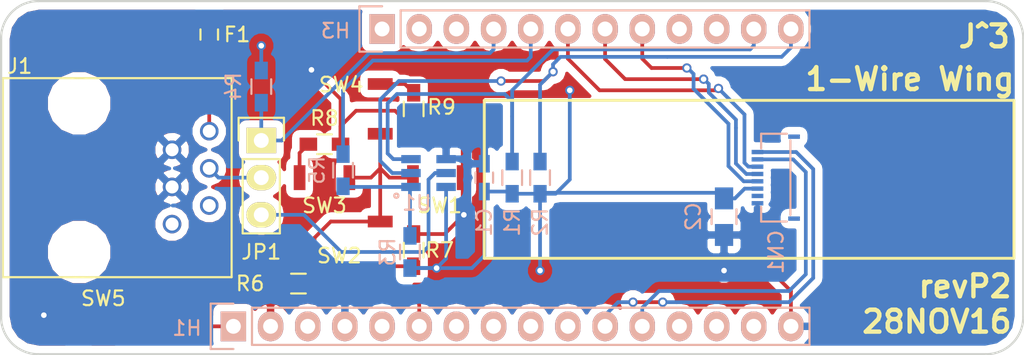
<source format=kicad_pcb>
(kicad_pcb (version 4) (host pcbnew 4.0.4-stable)

  (general
    (links 48)
    (no_connects 0)
    (area 104.31319 93.718666 175.017501 124.086333)
    (thickness 1.6)
    (drawings 15)
    (tracks 181)
    (zones 0)
    (modules 23)
    (nets 38)
  )

  (page A4)
  (layers
    (0 F.Cu signal)
    (31 B.Cu signal)
    (32 B.Adhes user)
    (33 F.Adhes user)
    (34 B.Paste user)
    (35 F.Paste user)
    (36 B.SilkS user)
    (37 F.SilkS user)
    (38 B.Mask user)
    (39 F.Mask user)
    (40 Dwgs.User user)
    (41 Cmts.User user)
    (42 Eco1.User user)
    (43 Eco2.User user)
    (44 Edge.Cuts user)
    (45 Margin user)
    (46 B.CrtYd user)
    (47 F.CrtYd user)
    (48 B.Fab user)
    (49 F.Fab user)
  )

  (setup
    (last_trace_width 0.254)
    (trace_clearance 0.1905)
    (zone_clearance 0.508)
    (zone_45_only no)
    (trace_min 0.127)
    (segment_width 0.2)
    (edge_width 0.15)
    (via_size 0.635)
    (via_drill 0.381)
    (via_min_size 0.6096)
    (via_min_drill 0.3048)
    (uvia_size 0.6096)
    (uvia_drill 0.3048)
    (uvias_allowed no)
    (uvia_min_size 0.2)
    (uvia_min_drill 0.1)
    (pcb_text_width 0.3)
    (pcb_text_size 1.5 1.5)
    (mod_edge_width 0.15)
    (mod_text_size 1 1)
    (mod_text_width 0.15)
    (pad_size 3.81 3.81)
    (pad_drill 2.54)
    (pad_to_mask_clearance 0.2)
    (aux_axis_origin 105.0925 120.9675)
    (grid_origin 105.0925 120.9675)
    (visible_elements 7FFFFF7F)
    (pcbplotparams
      (layerselection 0x010fc_80000001)
      (usegerberextensions false)
      (excludeedgelayer true)
      (linewidth 0.150000)
      (plotframeref false)
      (viasonmask false)
      (mode 1)
      (useauxorigin false)
      (hpglpennumber 1)
      (hpglpenspeed 20)
      (hpglpendiameter 15)
      (hpglpenoverlay 2)
      (psnegative false)
      (psa4output false)
      (plotreference true)
      (plotvalue true)
      (plotinvisibletext false)
      (padsonsilk false)
      (subtractmaskfromsilk false)
      (outputformat 1)
      (mirror false)
      (drillshape 0)
      (scaleselection 1)
      (outputdirectory GERBERS/))
  )

  (net 0 "")
  (net 1 +3V3)
  (net 2 GND)
  (net 3 /SCLK)
  (net 4 /MOSI)
  (net 5 /CS)
  (net 6 /EXTCOMIN)
  (net 7 /DISP)
  (net 8 "Net-(CN1-Pad7)")
  (net 9 "Net-(F1-Pad2)")
  (net 10 /~RESET)
  (net 11 "Net-(H1-Pad3)")
  (net 12 "Net-(H1-Pad5)")
  (net 13 "Net-(H1-Pad6)")
  (net 14 "Net-(H1-Pad7)")
  (net 15 "Net-(H1-Pad8)")
  (net 16 "Net-(H1-Pad9)")
  (net 17 "Net-(H1-Pad10)")
  (net 18 "Net-(H1-Pad13)")
  (net 19 "Net-(H1-Pad14)")
  (net 20 "Net-(H1-Pad15)")
  (net 21 "Net-(H3-Pad1)")
  (net 22 "Net-(H3-Pad2)")
  (net 23 "Net-(H3-Pad3)")
  (net 24 /OWM)
  (net 25 /~SLPZ)
  (net 26 "Net-(H3-Pad9)")
  (net 27 "Net-(H3-Pad10)")
  (net 28 /SCL)
  (net 29 /SDA)
  (net 30 /1-Wire)
  (net 31 "Net-(JP1-Pad3)")
  (net 32 "Net-(R7-Pad1)")
  (net 33 "Net-(R8-Pad1)")
  (net 34 "Net-(R9-Pad1)")
  (net 35 "Net-(R3-Pad2)")
  (net 36 "Net-(J1-Pad5)")
  (net 37 "Net-(J1-Pad6)")

  (net_class Default "This is the default net class."
    (clearance 0.1905)
    (trace_width 0.254)
    (via_dia 0.635)
    (via_drill 0.381)
    (uvia_dia 0.6096)
    (uvia_drill 0.3048)
    (add_net +3V3)
    (add_net /1-Wire)
    (add_net /CS)
    (add_net /DISP)
    (add_net /EXTCOMIN)
    (add_net /MOSI)
    (add_net /OWM)
    (add_net /SCL)
    (add_net /SCLK)
    (add_net /SDA)
    (add_net /~RESET)
    (add_net /~SLPZ)
    (add_net GND)
    (add_net "Net-(CN1-Pad7)")
    (add_net "Net-(F1-Pad2)")
    (add_net "Net-(H1-Pad10)")
    (add_net "Net-(H1-Pad13)")
    (add_net "Net-(H1-Pad14)")
    (add_net "Net-(H1-Pad15)")
    (add_net "Net-(H1-Pad3)")
    (add_net "Net-(H1-Pad5)")
    (add_net "Net-(H1-Pad6)")
    (add_net "Net-(H1-Pad7)")
    (add_net "Net-(H1-Pad8)")
    (add_net "Net-(H1-Pad9)")
    (add_net "Net-(H3-Pad1)")
    (add_net "Net-(H3-Pad10)")
    (add_net "Net-(H3-Pad2)")
    (add_net "Net-(H3-Pad3)")
    (add_net "Net-(H3-Pad9)")
    (add_net "Net-(J1-Pad5)")
    (add_net "Net-(J1-Pad6)")
    (add_net "Net-(JP1-Pad3)")
    (add_net "Net-(R3-Pad2)")
    (add_net "Net-(R7-Pad1)")
    (add_net "Net-(R8-Pad1)")
    (add_net "Net-(R9-Pad1)")
  )

  (module Capacitors_SMD:C_0603_HandSoldering (layer B.Cu) (tedit 5802820B) (tstamp 5801CDA1)
    (at 138.1125 108.9025 90)
    (descr "Capacitor SMD 0603, hand soldering")
    (tags "capacitor 0603")
    (path /57F97330)
    (attr smd)
    (fp_text reference C1 (at -3.048 0 90) (layer B.SilkS)
      (effects (font (size 1 1) (thickness 0.15)) (justify mirror))
    )
    (fp_text value 0.1uF (at 0 -1.9 90) (layer B.Fab) hide
      (effects (font (size 1 1) (thickness 0.15)) (justify mirror))
    )
    (fp_line (start -0.8 -0.4) (end -0.8 0.4) (layer B.Fab) (width 0.15))
    (fp_line (start 0.8 -0.4) (end -0.8 -0.4) (layer B.Fab) (width 0.15))
    (fp_line (start 0.8 0.4) (end 0.8 -0.4) (layer B.Fab) (width 0.15))
    (fp_line (start -0.8 0.4) (end 0.8 0.4) (layer B.Fab) (width 0.15))
    (fp_line (start -1.85 0.75) (end 1.85 0.75) (layer B.CrtYd) (width 0.05))
    (fp_line (start -1.85 -0.75) (end 1.85 -0.75) (layer B.CrtYd) (width 0.05))
    (fp_line (start -1.85 0.75) (end -1.85 -0.75) (layer B.CrtYd) (width 0.05))
    (fp_line (start 1.85 0.75) (end 1.85 -0.75) (layer B.CrtYd) (width 0.05))
    (fp_line (start -0.35 0.6) (end 0.35 0.6) (layer B.SilkS) (width 0.15))
    (fp_line (start 0.35 -0.6) (end -0.35 -0.6) (layer B.SilkS) (width 0.15))
    (pad 1 smd rect (at -0.95 0 90) (size 1.2 0.75) (layers B.Cu B.Paste B.Mask)
      (net 1 +3V3))
    (pad 2 smd rect (at 0.95 0 90) (size 1.2 0.75) (layers B.Cu B.Paste B.Mask)
      (net 2 GND))
    (model Capacitors_SMD.3dshapes/C_0603_HandSoldering.wrl
      (at (xyz 0 0 0))
      (scale (xyz 1 1 1))
      (rotate (xyz 0 0 0))
    )
  )

  (module Capacitors_SMD:C_0805_HandSoldering (layer B.Cu) (tedit 58028020) (tstamp 5801CDA7)
    (at 154.4955 111.5695 270)
    (descr "Capacitor SMD 0805, hand soldering")
    (tags "capacitor 0805")
    (path /57F9E374)
    (attr smd)
    (fp_text reference C2 (at 0 2.1 270) (layer B.SilkS)
      (effects (font (size 1 1) (thickness 0.15)) (justify mirror))
    )
    (fp_text value 2uF (at 0 -2.1 270) (layer B.Fab) hide
      (effects (font (size 1 1) (thickness 0.15)) (justify mirror))
    )
    (fp_line (start -1 -0.625) (end -1 0.625) (layer B.Fab) (width 0.15))
    (fp_line (start 1 -0.625) (end -1 -0.625) (layer B.Fab) (width 0.15))
    (fp_line (start 1 0.625) (end 1 -0.625) (layer B.Fab) (width 0.15))
    (fp_line (start -1 0.625) (end 1 0.625) (layer B.Fab) (width 0.15))
    (fp_line (start -2.3 1) (end 2.3 1) (layer B.CrtYd) (width 0.05))
    (fp_line (start -2.3 -1) (end 2.3 -1) (layer B.CrtYd) (width 0.05))
    (fp_line (start -2.3 1) (end -2.3 -1) (layer B.CrtYd) (width 0.05))
    (fp_line (start 2.3 1) (end 2.3 -1) (layer B.CrtYd) (width 0.05))
    (fp_line (start 0.5 0.85) (end -0.5 0.85) (layer B.SilkS) (width 0.15))
    (fp_line (start -0.5 -0.85) (end 0.5 -0.85) (layer B.SilkS) (width 0.15))
    (pad 1 smd rect (at -1.25 0 270) (size 1.5 1.25) (layers B.Cu B.Paste B.Mask)
      (net 1 +3V3))
    (pad 2 smd rect (at 1.25 0 270) (size 1.5 1.25) (layers B.Cu B.Paste B.Mask)
      (net 2 GND))
    (model Capacitors_SMD.3dshapes/C_0805_HandSoldering.wrl
      (at (xyz 0 0 0))
      (scale (xyz 1 1 1))
      (rotate (xyz 0 0 0))
    )
  )

  (module "HIROSE_Connectors:HIROSE_FH19C-8S-0.5SH(05)" (layer B.Cu) (tedit 5802846D) (tstamp 5801CDB5)
    (at 156.7815 108.9025 270)
    (path /57F9DEDF)
    (fp_text reference CN1 (at 5.08 -1.27 270) (layer B.SilkS)
      (effects (font (size 1 1) (thickness 0.15)) (justify mirror))
    )
    (fp_text value CONN_01X08 (at 0 3.5 270) (layer B.Fab) hide
      (effects (font (size 1 1) (thickness 0.15)) (justify mirror))
    )
    (fp_line (start -2.55 -2.25) (end 2.55 -2.25) (layer B.SilkS) (width 0.15))
    (fp_line (start 3 -0.25) (end 3 -2) (layer B.SilkS) (width 0.15))
    (fp_line (start -3 -0.25) (end -3 -2) (layer B.SilkS) (width 0.15))
    (fp_line (start 3 -0.25) (end 2 -0.25) (layer B.SilkS) (width 0.15))
    (fp_line (start -3 -0.25) (end -2 -0.25) (layer B.SilkS) (width 0.15))
    (pad 1 smd rect (at -1.75 0 270) (size 0.3 0.8) (layers B.Cu B.Paste B.Mask)
      (net 3 /SCLK))
    (pad 2 smd rect (at -1.25 0 270) (size 0.3 0.8) (layers B.Cu B.Paste B.Mask)
      (net 4 /MOSI))
    (pad 3 smd rect (at -0.75 0 270) (size 0.3 0.8) (layers B.Cu B.Paste B.Mask)
      (net 5 /CS))
    (pad 4 smd rect (at -0.25 0 270) (size 0.3 0.8) (layers B.Cu B.Paste B.Mask)
      (net 6 /EXTCOMIN))
    (pad 5 smd rect (at 0.25 0 270) (size 0.3 0.8) (layers B.Cu B.Paste B.Mask)
      (net 7 /DISP))
    (pad 6 smd rect (at 0.75 0 270) (size 0.3 0.8) (layers B.Cu B.Paste B.Mask)
      (net 1 +3V3))
    (pad 7 smd rect (at 1.25 0 270) (size 0.3 0.8) (layers B.Cu B.Paste B.Mask)
      (net 8 "Net-(CN1-Pad7)"))
    (pad 8 smd rect (at 1.75 0 270) (size 0.3 0.8) (layers B.Cu B.Paste B.Mask)
      (net 2 GND))
    (pad "" smd rect (at -2.8 -2.5 270) (size 0.3 0.8) (layers B.Cu B.Paste B.Mask))
    (pad "" smd rect (at 2.8 -2.5 270) (size 0.3 0.8) (layers B.Cu B.Paste B.Mask))
  )

  (module Capacitors_SMD:C_0603_HandSoldering (layer F.Cu) (tedit 58028C7C) (tstamp 5801CDBB)
    (at 119.3165 99.1235 270)
    (descr "Capacitor SMD 0603, hand soldering")
    (tags "capacitor 0603")
    (path /57F9D631)
    (attr smd)
    (fp_text reference F1 (at 0 -1.9 360) (layer F.SilkS)
      (effects (font (size 1 1) (thickness 0.15)))
    )
    (fp_text value FUSE (at 0 1.9 270) (layer F.Fab) hide
      (effects (font (size 1 1) (thickness 0.15)))
    )
    (fp_line (start -0.8 0.4) (end -0.8 -0.4) (layer F.Fab) (width 0.15))
    (fp_line (start 0.8 0.4) (end -0.8 0.4) (layer F.Fab) (width 0.15))
    (fp_line (start 0.8 -0.4) (end 0.8 0.4) (layer F.Fab) (width 0.15))
    (fp_line (start -0.8 -0.4) (end 0.8 -0.4) (layer F.Fab) (width 0.15))
    (fp_line (start -1.85 -0.75) (end 1.85 -0.75) (layer F.CrtYd) (width 0.05))
    (fp_line (start -1.85 0.75) (end 1.85 0.75) (layer F.CrtYd) (width 0.05))
    (fp_line (start -1.85 -0.75) (end -1.85 0.75) (layer F.CrtYd) (width 0.05))
    (fp_line (start 1.85 -0.75) (end 1.85 0.75) (layer F.CrtYd) (width 0.05))
    (fp_line (start -0.35 -0.6) (end 0.35 -0.6) (layer F.SilkS) (width 0.15))
    (fp_line (start 0.35 0.6) (end -0.35 0.6) (layer F.SilkS) (width 0.15))
    (pad 1 smd rect (at -0.95 0 270) (size 1.2 0.75) (layers F.Cu F.Paste F.Mask)
      (net 1 +3V3))
    (pad 2 smd rect (at 0.95 0 270) (size 1.2 0.75) (layers F.Cu F.Paste F.Mask)
      (net 9 "Net-(F1-Pad2)"))
    (model Capacitors_SMD.3dshapes/C_0603_HandSoldering.wrl
      (at (xyz 0 0 0))
      (scale (xyz 1 1 1))
      (rotate (xyz 0 0 0))
    )
  )

  (module Pin_Headers:Pin_Header_Straight_1x16 (layer B.Cu) (tedit 58028CB9) (tstamp 5801CDCF)
    (at 120.9675 119.0625 270)
    (descr "Through hole pin header")
    (tags "pin header")
    (path /57F96864)
    (fp_text reference H1 (at 0.127 3.175 540) (layer B.SilkS)
      (effects (font (size 1 1) (thickness 0.15)) (justify mirror))
    )
    (fp_text value CONN_01X16 (at 0 3.1 270) (layer B.Fab) hide
      (effects (font (size 1 1) (thickness 0.15)) (justify mirror))
    )
    (fp_line (start -1.75 1.75) (end -1.75 -39.85) (layer B.CrtYd) (width 0.05))
    (fp_line (start 1.75 1.75) (end 1.75 -39.85) (layer B.CrtYd) (width 0.05))
    (fp_line (start -1.75 1.75) (end 1.75 1.75) (layer B.CrtYd) (width 0.05))
    (fp_line (start -1.75 -39.85) (end 1.75 -39.85) (layer B.CrtYd) (width 0.05))
    (fp_line (start -1.27 -1.27) (end -1.27 -39.37) (layer B.SilkS) (width 0.15))
    (fp_line (start -1.27 -39.37) (end 1.27 -39.37) (layer B.SilkS) (width 0.15))
    (fp_line (start 1.27 -39.37) (end 1.27 -1.27) (layer B.SilkS) (width 0.15))
    (fp_line (start 1.55 1.55) (end 1.55 0) (layer B.SilkS) (width 0.15))
    (fp_line (start 1.27 -1.27) (end -1.27 -1.27) (layer B.SilkS) (width 0.15))
    (fp_line (start -1.55 0) (end -1.55 1.55) (layer B.SilkS) (width 0.15))
    (fp_line (start -1.55 1.55) (end 1.55 1.55) (layer B.SilkS) (width 0.15))
    (pad 1 thru_hole rect (at 0 0 270) (size 2.032 1.7272) (drill 1.016) (layers *.Cu *.Mask B.SilkS)
      (net 10 /~RESET))
    (pad 2 thru_hole oval (at 0 -2.54 270) (size 2.032 1.7272) (drill 1.016) (layers *.Cu *.Mask B.SilkS)
      (net 1 +3V3))
    (pad 3 thru_hole oval (at 0 -5.08 270) (size 2.032 1.7272) (drill 1.016) (layers *.Cu *.Mask B.SilkS)
      (net 11 "Net-(H1-Pad3)"))
    (pad 4 thru_hole oval (at 0 -7.62 270) (size 2.032 1.7272) (drill 1.016) (layers *.Cu *.Mask B.SilkS)
      (net 2 GND))
    (pad 5 thru_hole oval (at 0 -10.16 270) (size 2.032 1.7272) (drill 1.016) (layers *.Cu *.Mask B.SilkS)
      (net 12 "Net-(H1-Pad5)"))
    (pad 6 thru_hole oval (at 0 -12.7 270) (size 2.032 1.7272) (drill 1.016) (layers *.Cu *.Mask B.SilkS)
      (net 13 "Net-(H1-Pad6)"))
    (pad 7 thru_hole oval (at 0 -15.24 270) (size 2.032 1.7272) (drill 1.016) (layers *.Cu *.Mask B.SilkS)
      (net 14 "Net-(H1-Pad7)"))
    (pad 8 thru_hole oval (at 0 -17.78 270) (size 2.032 1.7272) (drill 1.016) (layers *.Cu *.Mask B.SilkS)
      (net 15 "Net-(H1-Pad8)"))
    (pad 9 thru_hole oval (at 0 -20.32 270) (size 2.032 1.7272) (drill 1.016) (layers *.Cu *.Mask B.SilkS)
      (net 16 "Net-(H1-Pad9)"))
    (pad 10 thru_hole oval (at 0 -22.86 270) (size 2.032 1.7272) (drill 1.016) (layers *.Cu *.Mask B.SilkS)
      (net 17 "Net-(H1-Pad10)"))
    (pad 11 thru_hole oval (at 0 -25.4 270) (size 2.032 1.7272) (drill 1.016) (layers *.Cu *.Mask B.SilkS)
      (net 3 /SCLK))
    (pad 12 thru_hole oval (at 0 -27.94 270) (size 2.032 1.7272) (drill 1.016) (layers *.Cu *.Mask B.SilkS)
      (net 4 /MOSI))
    (pad 13 thru_hole oval (at 0 -30.48 270) (size 2.032 1.7272) (drill 1.016) (layers *.Cu *.Mask B.SilkS)
      (net 18 "Net-(H1-Pad13)"))
    (pad 14 thru_hole oval (at 0 -33.02 270) (size 2.032 1.7272) (drill 1.016) (layers *.Cu *.Mask B.SilkS)
      (net 19 "Net-(H1-Pad14)"))
    (pad 15 thru_hole oval (at 0 -35.56 270) (size 2.032 1.7272) (drill 1.016) (layers *.Cu *.Mask B.SilkS)
      (net 20 "Net-(H1-Pad15)"))
    (pad 16 thru_hole oval (at 0 -38.1 270) (size 2.032 1.7272) (drill 1.016) (layers *.Cu *.Mask B.SilkS)
      (net 2 GND))
    (model Pin_Headers.3dshapes/Pin_Header_Straight_1x16.wrl
      (at (xyz 0 -0.75 0))
      (scale (xyz 1 1 1))
      (rotate (xyz 0 0 90))
    )
  )

  (module Pin_Headers:Pin_Header_Straight_1x12 (layer B.Cu) (tedit 58028CC3) (tstamp 5801CDDF)
    (at 131.1275 98.7425 270)
    (descr "Through hole pin header")
    (tags "pin header")
    (path /57F96A6F)
    (fp_text reference H3 (at 0.127 3.175 540) (layer B.SilkS)
      (effects (font (size 1 1) (thickness 0.15)) (justify mirror))
    )
    (fp_text value CONN_01X12 (at 0 3.1 270) (layer B.Fab) hide
      (effects (font (size 1 1) (thickness 0.15)) (justify mirror))
    )
    (fp_line (start -1.75 1.75) (end -1.75 -29.7) (layer B.CrtYd) (width 0.05))
    (fp_line (start 1.75 1.75) (end 1.75 -29.7) (layer B.CrtYd) (width 0.05))
    (fp_line (start -1.75 1.75) (end 1.75 1.75) (layer B.CrtYd) (width 0.05))
    (fp_line (start -1.75 -29.7) (end 1.75 -29.7) (layer B.CrtYd) (width 0.05))
    (fp_line (start 1.27 -1.27) (end 1.27 -29.21) (layer B.SilkS) (width 0.15))
    (fp_line (start 1.27 -29.21) (end -1.27 -29.21) (layer B.SilkS) (width 0.15))
    (fp_line (start -1.27 -29.21) (end -1.27 -1.27) (layer B.SilkS) (width 0.15))
    (fp_line (start 1.55 1.55) (end 1.55 0) (layer B.SilkS) (width 0.15))
    (fp_line (start 1.27 -1.27) (end -1.27 -1.27) (layer B.SilkS) (width 0.15))
    (fp_line (start -1.55 0) (end -1.55 1.55) (layer B.SilkS) (width 0.15))
    (fp_line (start -1.55 1.55) (end 1.55 1.55) (layer B.SilkS) (width 0.15))
    (pad 1 thru_hole rect (at 0 0 270) (size 2.032 1.7272) (drill 1.016) (layers *.Cu *.Mask B.SilkS)
      (net 21 "Net-(H3-Pad1)"))
    (pad 2 thru_hole oval (at 0 -2.54 270) (size 2.032 1.7272) (drill 1.016) (layers *.Cu *.Mask B.SilkS)
      (net 22 "Net-(H3-Pad2)"))
    (pad 3 thru_hole oval (at 0 -5.08 270) (size 2.032 1.7272) (drill 1.016) (layers *.Cu *.Mask B.SilkS)
      (net 23 "Net-(H3-Pad3)"))
    (pad 4 thru_hole oval (at 0 -7.62 270) (size 2.032 1.7272) (drill 1.016) (layers *.Cu *.Mask B.SilkS)
      (net 24 /OWM))
    (pad 5 thru_hole oval (at 0 -10.16 270) (size 2.032 1.7272) (drill 1.016) (layers *.Cu *.Mask B.SilkS)
      (net 25 /~SLPZ))
    (pad 6 thru_hole oval (at 0 -12.7 270) (size 2.032 1.7272) (drill 1.016) (layers *.Cu *.Mask B.SilkS)
      (net 5 /CS))
    (pad 7 thru_hole oval (at 0 -15.24 270) (size 2.032 1.7272) (drill 1.016) (layers *.Cu *.Mask B.SilkS)
      (net 6 /EXTCOMIN))
    (pad 8 thru_hole oval (at 0 -17.78 270) (size 2.032 1.7272) (drill 1.016) (layers *.Cu *.Mask B.SilkS)
      (net 7 /DISP))
    (pad 9 thru_hole oval (at 0 -20.32 270) (size 2.032 1.7272) (drill 1.016) (layers *.Cu *.Mask B.SilkS)
      (net 26 "Net-(H3-Pad9)"))
    (pad 10 thru_hole oval (at 0 -22.86 270) (size 2.032 1.7272) (drill 1.016) (layers *.Cu *.Mask B.SilkS)
      (net 27 "Net-(H3-Pad10)"))
    (pad 11 thru_hole oval (at 0 -25.4 270) (size 2.032 1.7272) (drill 1.016) (layers *.Cu *.Mask B.SilkS)
      (net 28 /SCL))
    (pad 12 thru_hole oval (at 0 -27.94 270) (size 2.032 1.7272) (drill 1.016) (layers *.Cu *.Mask B.SilkS)
      (net 29 /SDA))
    (model Pin_Headers.3dshapes/Pin_Header_Straight_1x12.wrl
      (at (xyz 0 -0.55 0))
      (scale (xyz 1 1 1))
      (rotate (xyz 0 0 90))
    )
  )

  (module Pin_Headers:Pin_Header_Straight_1x03 (layer F.Cu) (tedit 58026AC8) (tstamp 5801CDE6)
    (at 122.8725 106.3625)
    (descr "Through hole pin header")
    (tags "pin header")
    (path /57F97A43)
    (fp_text reference JP1 (at 0 7.62) (layer F.SilkS)
      (effects (font (size 1 1) (thickness 0.15)))
    )
    (fp_text value CONN_01X03 (at 0 -3.1) (layer F.Fab) hide
      (effects (font (size 1 1) (thickness 0.15)))
    )
    (fp_line (start -1.75 -1.75) (end -1.75 6.85) (layer F.CrtYd) (width 0.05))
    (fp_line (start 1.75 -1.75) (end 1.75 6.85) (layer F.CrtYd) (width 0.05))
    (fp_line (start -1.75 -1.75) (end 1.75 -1.75) (layer F.CrtYd) (width 0.05))
    (fp_line (start -1.75 6.85) (end 1.75 6.85) (layer F.CrtYd) (width 0.05))
    (fp_line (start -1.27 1.27) (end -1.27 6.35) (layer F.SilkS) (width 0.15))
    (fp_line (start -1.27 6.35) (end 1.27 6.35) (layer F.SilkS) (width 0.15))
    (fp_line (start 1.27 6.35) (end 1.27 1.27) (layer F.SilkS) (width 0.15))
    (fp_line (start 1.55 -1.55) (end 1.55 0) (layer F.SilkS) (width 0.15))
    (fp_line (start 1.27 1.27) (end -1.27 1.27) (layer F.SilkS) (width 0.15))
    (fp_line (start -1.55 0) (end -1.55 -1.55) (layer F.SilkS) (width 0.15))
    (fp_line (start -1.55 -1.55) (end 1.55 -1.55) (layer F.SilkS) (width 0.15))
    (pad 1 thru_hole rect (at 0 0) (size 2.032 1.7272) (drill 1.016) (layers *.Cu *.Mask F.SilkS)
      (net 24 /OWM))
    (pad 2 thru_hole oval (at 0 2.54) (size 2.032 1.7272) (drill 1.016) (layers *.Cu *.Mask F.SilkS)
      (net 30 /1-Wire))
    (pad 3 thru_hole oval (at 0 5.08) (size 2.032 1.7272) (drill 1.016) (layers *.Cu *.Mask F.SilkS)
      (net 31 "Net-(JP1-Pad3)"))
    (model Pin_Headers.3dshapes/Pin_Header_Straight_1x03.wrl
      (at (xyz 0 -0.1 0))
      (scale (xyz 1 1 1))
      (rotate (xyz 0 0 90))
    )
  )

  (module Resistors_SMD:R_0603_HandSoldering (layer B.Cu) (tedit 580281D7) (tstamp 5801CDEC)
    (at 140.0175 108.9025 90)
    (descr "Resistor SMD 0603, hand soldering")
    (tags "resistor 0603")
    (path /57F97D01)
    (attr smd)
    (fp_text reference R1 (at -3.048 0 90) (layer B.SilkS)
      (effects (font (size 1 1) (thickness 0.15)) (justify mirror))
    )
    (fp_text value 3.3K (at 0 -1.9 90) (layer B.Fab) hide
      (effects (font (size 1 1) (thickness 0.15)) (justify mirror))
    )
    (fp_line (start -2 0.8) (end 2 0.8) (layer B.CrtYd) (width 0.05))
    (fp_line (start -2 -0.8) (end 2 -0.8) (layer B.CrtYd) (width 0.05))
    (fp_line (start -2 0.8) (end -2 -0.8) (layer B.CrtYd) (width 0.05))
    (fp_line (start 2 0.8) (end 2 -0.8) (layer B.CrtYd) (width 0.05))
    (fp_line (start 0.5 -0.675) (end -0.5 -0.675) (layer B.SilkS) (width 0.15))
    (fp_line (start -0.5 0.675) (end 0.5 0.675) (layer B.SilkS) (width 0.15))
    (pad 1 smd rect (at -1.1 0 90) (size 1.2 0.9) (layers B.Cu B.Paste B.Mask)
      (net 1 +3V3))
    (pad 2 smd rect (at 1.1 0 90) (size 1.2 0.9) (layers B.Cu B.Paste B.Mask)
      (net 28 /SCL))
    (model Resistors_SMD.3dshapes/R_0603_HandSoldering.wrl
      (at (xyz 0 0 0))
      (scale (xyz 1 1 1))
      (rotate (xyz 0 0 0))
    )
  )

  (module Resistors_SMD:R_0603_HandSoldering (layer B.Cu) (tedit 580281E7) (tstamp 5801CDF2)
    (at 141.9225 108.9025 90)
    (descr "Resistor SMD 0603, hand soldering")
    (tags "resistor 0603")
    (path /57F97D54)
    (attr smd)
    (fp_text reference R2 (at -3.048 0 90) (layer B.SilkS)
      (effects (font (size 1 1) (thickness 0.15)) (justify mirror))
    )
    (fp_text value 3.3K (at 0 -1.9 90) (layer B.Fab) hide
      (effects (font (size 1 1) (thickness 0.15)) (justify mirror))
    )
    (fp_line (start -2 0.8) (end 2 0.8) (layer B.CrtYd) (width 0.05))
    (fp_line (start -2 -0.8) (end 2 -0.8) (layer B.CrtYd) (width 0.05))
    (fp_line (start -2 0.8) (end -2 -0.8) (layer B.CrtYd) (width 0.05))
    (fp_line (start 2 0.8) (end 2 -0.8) (layer B.CrtYd) (width 0.05))
    (fp_line (start 0.5 -0.675) (end -0.5 -0.675) (layer B.SilkS) (width 0.15))
    (fp_line (start -0.5 0.675) (end 0.5 0.675) (layer B.SilkS) (width 0.15))
    (pad 1 smd rect (at -1.1 0 90) (size 1.2 0.9) (layers B.Cu B.Paste B.Mask)
      (net 1 +3V3))
    (pad 2 smd rect (at 1.1 0 90) (size 1.2 0.9) (layers B.Cu B.Paste B.Mask)
      (net 29 /SDA))
    (model Resistors_SMD.3dshapes/R_0603_HandSoldering.wrl
      (at (xyz 0 0 0))
      (scale (xyz 1 1 1))
      (rotate (xyz 0 0 0))
    )
  )

  (module Resistors_SMD:R_0603_HandSoldering (layer B.Cu) (tedit 5802824C) (tstamp 5801CDF8)
    (at 133.0325 113.9825 90)
    (descr "Resistor SMD 0603, hand soldering")
    (tags "resistor 0603")
    (path /57F9A1E4)
    (attr smd)
    (fp_text reference R3 (at 0 -1.524 90) (layer B.SilkS)
      (effects (font (size 1 1) (thickness 0.15)) (justify mirror))
    )
    (fp_text value 2.2K (at 0 -1.9 90) (layer B.Fab) hide
      (effects (font (size 1 1) (thickness 0.15)) (justify mirror))
    )
    (fp_line (start -2 0.8) (end 2 0.8) (layer B.CrtYd) (width 0.05))
    (fp_line (start -2 -0.8) (end 2 -0.8) (layer B.CrtYd) (width 0.05))
    (fp_line (start -2 0.8) (end -2 -0.8) (layer B.CrtYd) (width 0.05))
    (fp_line (start 2 0.8) (end 2 -0.8) (layer B.CrtYd) (width 0.05))
    (fp_line (start 0.5 -0.675) (end -0.5 -0.675) (layer B.SilkS) (width 0.15))
    (fp_line (start -0.5 0.675) (end 0.5 0.675) (layer B.SilkS) (width 0.15))
    (pad 1 smd rect (at -1.1 0 90) (size 1.2 0.9) (layers B.Cu B.Paste B.Mask)
      (net 1 +3V3))
    (pad 2 smd rect (at 1.1 0 90) (size 1.2 0.9) (layers B.Cu B.Paste B.Mask)
      (net 35 "Net-(R3-Pad2)"))
    (model Resistors_SMD.3dshapes/R_0603_HandSoldering.wrl
      (at (xyz 0 0 0))
      (scale (xyz 1 1 1))
      (rotate (xyz 0 0 0))
    )
  )

  (module Resistors_SMD:R_0603_HandSoldering (layer B.Cu) (tedit 580280CD) (tstamp 5801CDFE)
    (at 122.8725 102.6795 270)
    (descr "Resistor SMD 0603, hand soldering")
    (tags "resistor 0603")
    (path /57F98A20)
    (attr smd)
    (fp_text reference R4 (at 0 1.9 270) (layer B.SilkS)
      (effects (font (size 1 1) (thickness 0.15)) (justify mirror))
    )
    (fp_text value 1K (at 0 -1.9 270) (layer B.Fab) hide
      (effects (font (size 1 1) (thickness 0.15)) (justify mirror))
    )
    (fp_line (start -2 0.8) (end 2 0.8) (layer B.CrtYd) (width 0.05))
    (fp_line (start -2 -0.8) (end 2 -0.8) (layer B.CrtYd) (width 0.05))
    (fp_line (start -2 0.8) (end -2 -0.8) (layer B.CrtYd) (width 0.05))
    (fp_line (start 2 0.8) (end 2 -0.8) (layer B.CrtYd) (width 0.05))
    (fp_line (start 0.5 -0.675) (end -0.5 -0.675) (layer B.SilkS) (width 0.15))
    (fp_line (start -0.5 0.675) (end 0.5 0.675) (layer B.SilkS) (width 0.15))
    (pad 1 smd rect (at -1.1 0 270) (size 1.2 0.9) (layers B.Cu B.Paste B.Mask)
      (net 1 +3V3))
    (pad 2 smd rect (at 1.1 0 270) (size 1.2 0.9) (layers B.Cu B.Paste B.Mask)
      (net 24 /OWM))
    (model Resistors_SMD.3dshapes/R_0603_HandSoldering.wrl
      (at (xyz 0 0 0))
      (scale (xyz 1 1 1))
      (rotate (xyz 0 0 0))
    )
  )

  (module Resistors_SMD:R_0603_HandSoldering (layer B.Cu) (tedit 58028295) (tstamp 5801CE04)
    (at 128.4605 108.3945 90)
    (descr "Resistor SMD 0603, hand soldering")
    (tags "resistor 0603")
    (path /57F994CB)
    (attr smd)
    (fp_text reference R5 (at 0 -1.778 90) (layer B.SilkS)
      (effects (font (size 1 1) (thickness 0.15)) (justify mirror))
    )
    (fp_text value DNI (at 0 -1.9 90) (layer B.Fab) hide
      (effects (font (size 1 1) (thickness 0.15)) (justify mirror))
    )
    (fp_line (start -2 0.8) (end 2 0.8) (layer B.CrtYd) (width 0.05))
    (fp_line (start -2 -0.8) (end 2 -0.8) (layer B.CrtYd) (width 0.05))
    (fp_line (start -2 0.8) (end -2 -0.8) (layer B.CrtYd) (width 0.05))
    (fp_line (start 2 0.8) (end 2 -0.8) (layer B.CrtYd) (width 0.05))
    (fp_line (start 0.5 -0.675) (end -0.5 -0.675) (layer B.SilkS) (width 0.15))
    (fp_line (start -0.5 0.675) (end 0.5 0.675) (layer B.SilkS) (width 0.15))
    (pad 1 smd rect (at -1.1 0 90) (size 1.2 0.9) (layers B.Cu B.Paste B.Mask)
      (net 35 "Net-(R3-Pad2)"))
    (pad 2 smd rect (at 1.1 0 90) (size 1.2 0.9) (layers B.Cu B.Paste B.Mask)
      (net 25 /~SLPZ))
    (model Resistors_SMD.3dshapes/R_0603_HandSoldering.wrl
      (at (xyz 0 0 0))
      (scale (xyz 1 1 1))
      (rotate (xyz 0 0 0))
    )
  )

  (module Resistors_SMD:R_0603_HandSoldering (layer F.Cu) (tedit 58028CE8) (tstamp 5801CE0A)
    (at 125.4125 116.1415)
    (descr "Resistor SMD 0603, hand soldering")
    (tags "resistor 0603")
    (path /58018C96)
    (attr smd)
    (fp_text reference R6 (at -3.302 0 180) (layer F.SilkS)
      (effects (font (size 1 1) (thickness 0.15)))
    )
    (fp_text value 10K (at 0 1.9) (layer F.Fab) hide
      (effects (font (size 1 1) (thickness 0.15)))
    )
    (fp_line (start -2 -0.8) (end 2 -0.8) (layer F.CrtYd) (width 0.05))
    (fp_line (start -2 0.8) (end 2 0.8) (layer F.CrtYd) (width 0.05))
    (fp_line (start -2 -0.8) (end -2 0.8) (layer F.CrtYd) (width 0.05))
    (fp_line (start 2 -0.8) (end 2 0.8) (layer F.CrtYd) (width 0.05))
    (fp_line (start 0.5 0.675) (end -0.5 0.675) (layer F.SilkS) (width 0.15))
    (fp_line (start -0.5 -0.675) (end 0.5 -0.675) (layer F.SilkS) (width 0.15))
    (pad 1 smd rect (at -1.1 0) (size 1.2 0.9) (layers F.Cu F.Paste F.Mask)
      (net 1 +3V3))
    (pad 2 smd rect (at 1.1 0) (size 1.2 0.9) (layers F.Cu F.Paste F.Mask)
      (net 13 "Net-(H1-Pad6)"))
    (model Resistors_SMD.3dshapes/R_0603_HandSoldering.wrl
      (at (xyz 0 0 0))
      (scale (xyz 1 1 1))
      (rotate (xyz 0 0 0))
    )
  )

  (module Resistors_SMD:R_0603_HandSoldering (layer F.Cu) (tedit 58028D26) (tstamp 5801CE10)
    (at 133.2865 113.8555 90)
    (descr "Resistor SMD 0603, hand soldering")
    (tags "resistor 0603")
    (path /58018D62)
    (attr smd)
    (fp_text reference R7 (at 0 1.778 180) (layer F.SilkS)
      (effects (font (size 1 1) (thickness 0.15)))
    )
    (fp_text value 3.3K (at 0 1.9 90) (layer F.Fab) hide
      (effects (font (size 1 1) (thickness 0.15)))
    )
    (fp_line (start -2 -0.8) (end 2 -0.8) (layer F.CrtYd) (width 0.05))
    (fp_line (start -2 0.8) (end 2 0.8) (layer F.CrtYd) (width 0.05))
    (fp_line (start -2 -0.8) (end -2 0.8) (layer F.CrtYd) (width 0.05))
    (fp_line (start 2 -0.8) (end 2 0.8) (layer F.CrtYd) (width 0.05))
    (fp_line (start 0.5 0.675) (end -0.5 0.675) (layer F.SilkS) (width 0.15))
    (fp_line (start -0.5 -0.675) (end 0.5 -0.675) (layer F.SilkS) (width 0.15))
    (pad 1 smd rect (at -1.1 0 90) (size 1.2 0.9) (layers F.Cu F.Paste F.Mask)
      (net 32 "Net-(R7-Pad1)"))
    (pad 2 smd rect (at 1.1 0 90) (size 1.2 0.9) (layers F.Cu F.Paste F.Mask)
      (net 2 GND))
    (model Resistors_SMD.3dshapes/R_0603_HandSoldering.wrl
      (at (xyz 0 0 0))
      (scale (xyz 1 1 1))
      (rotate (xyz 0 0 0))
    )
  )

  (module Resistors_SMD:R_0603_HandSoldering (layer F.Cu) (tedit 58028EC3) (tstamp 5801CE16)
    (at 127.1905 106.6165)
    (descr "Resistor SMD 0603, hand soldering")
    (tags "resistor 0603")
    (path /58018DAB)
    (attr smd)
    (fp_text reference R8 (at 0 -1.778 180) (layer F.SilkS)
      (effects (font (size 1 1) (thickness 0.15)))
    )
    (fp_text value 10K (at 0 1.9) (layer F.Fab) hide
      (effects (font (size 1 1) (thickness 0.15)))
    )
    (fp_line (start -2 -0.8) (end 2 -0.8) (layer F.CrtYd) (width 0.05))
    (fp_line (start -2 0.8) (end 2 0.8) (layer F.CrtYd) (width 0.05))
    (fp_line (start -2 -0.8) (end -2 0.8) (layer F.CrtYd) (width 0.05))
    (fp_line (start 2 -0.8) (end 2 0.8) (layer F.CrtYd) (width 0.05))
    (fp_line (start 0.5 0.675) (end -0.5 0.675) (layer F.SilkS) (width 0.15))
    (fp_line (start -0.5 -0.675) (end 0.5 -0.675) (layer F.SilkS) (width 0.15))
    (pad 1 smd rect (at -1.1 0) (size 1.2 0.9) (layers F.Cu F.Paste F.Mask)
      (net 33 "Net-(R8-Pad1)"))
    (pad 2 smd rect (at 1.1 0) (size 1.2 0.9) (layers F.Cu F.Paste F.Mask)
      (net 2 GND))
    (model Resistors_SMD.3dshapes/R_0603_HandSoldering.wrl
      (at (xyz 0 0 0))
      (scale (xyz 1 1 1))
      (rotate (xyz 0 0 0))
    )
  )

  (module Resistors_SMD:R_0603_HandSoldering (layer F.Cu) (tedit 58028EB5) (tstamp 5801CE1C)
    (at 133.2865 104.2035 270)
    (descr "Resistor SMD 0603, hand soldering")
    (tags "resistor 0603")
    (path /5801DEB4)
    (attr smd)
    (fp_text reference R9 (at -0.127 -1.905 540) (layer F.SilkS)
      (effects (font (size 1 1) (thickness 0.15)))
    )
    (fp_text value 33K (at 0 1.9 270) (layer F.Fab) hide
      (effects (font (size 1 1) (thickness 0.15)))
    )
    (fp_line (start -2 -0.8) (end 2 -0.8) (layer F.CrtYd) (width 0.05))
    (fp_line (start -2 0.8) (end 2 0.8) (layer F.CrtYd) (width 0.05))
    (fp_line (start -2 -0.8) (end -2 0.8) (layer F.CrtYd) (width 0.05))
    (fp_line (start 2 -0.8) (end 2 0.8) (layer F.CrtYd) (width 0.05))
    (fp_line (start 0.5 0.675) (end -0.5 0.675) (layer F.SilkS) (width 0.15))
    (fp_line (start -0.5 -0.675) (end 0.5 -0.675) (layer F.SilkS) (width 0.15))
    (pad 1 smd rect (at -1.1 0 270) (size 1.2 0.9) (layers F.Cu F.Paste F.Mask)
      (net 34 "Net-(R9-Pad1)"))
    (pad 2 smd rect (at 1.1 0 270) (size 1.2 0.9) (layers F.Cu F.Paste F.Mask)
      (net 2 GND))
    (model Resistors_SMD.3dshapes/R_0603_HandSoldering.wrl
      (at (xyz 0 0 0))
      (scale (xyz 1 1 1))
      (rotate (xyz 0 0 0))
    )
  )

  (module OMRON_PushButtons:OMRON_B3U-1000P (layer F.Cu) (tedit 58028CFE) (tstamp 5801CE22)
    (at 134.9375 108.9025 180)
    (path /580171A3)
    (fp_text reference SW1 (at -0.127 -1.905 360) (layer F.SilkS)
      (effects (font (size 1 1) (thickness 0.15)))
    )
    (fp_text value SW_PUSH_SMALL_H (at 0.55 -3.9 180) (layer F.Fab) hide
      (effects (font (size 1 1) (thickness 0.15)))
    )
    (pad 1 smd rect (at -1.7 0 180) (size 0.8 1.7) (layers F.Cu F.Paste F.Mask)
      (net 2 GND))
    (pad 2 smd rect (at 1.7 0 180) (size 0.8 1.7) (layers F.Cu F.Paste F.Mask)
      (net 13 "Net-(H1-Pad6)"))
  )

  (module OMRON_PushButtons:OMRON_B3U-1000P (layer F.Cu) (tedit 58028E2B) (tstamp 5801CE28)
    (at 131.0005 113.6015 90)
    (path /5801726F)
    (fp_text reference SW2 (at -0.635 -2.794 180) (layer F.SilkS)
      (effects (font (size 1 1) (thickness 0.15)))
    )
    (fp_text value SW_PUSH_SMALL_H (at 0.55 -3.9 90) (layer F.Fab) hide
      (effects (font (size 1 1) (thickness 0.15)))
    )
    (pad 1 smd rect (at -1.7 0 90) (size 0.8 1.7) (layers F.Cu F.Paste F.Mask)
      (net 32 "Net-(R7-Pad1)"))
    (pad 2 smd rect (at 1.7 0 90) (size 0.8 1.7) (layers F.Cu F.Paste F.Mask)
      (net 13 "Net-(H1-Pad6)"))
  )

  (module OMRON_PushButtons:OMRON_B3U-1000P (layer F.Cu) (tedit 58028DF0) (tstamp 5801CE2E)
    (at 127.1905 108.9025)
    (path /58017214)
    (fp_text reference SW3 (at 0 1.905 180) (layer F.SilkS)
      (effects (font (size 1 1) (thickness 0.15)))
    )
    (fp_text value SW_PUSH_SMALL_H (at 0.55 -3.9) (layer F.Fab) hide
      (effects (font (size 1 1) (thickness 0.15)))
    )
    (pad 1 smd rect (at -1.7 0) (size 0.8 1.7) (layers F.Cu F.Paste F.Mask)
      (net 33 "Net-(R8-Pad1)"))
    (pad 2 smd rect (at 1.7 0) (size 0.8 1.7) (layers F.Cu F.Paste F.Mask)
      (net 13 "Net-(H1-Pad6)"))
  )

  (module OMRON_PushButtons:OMRON_B3U-1000P (layer F.Cu) (tedit 58028E24) (tstamp 5801CE34)
    (at 131.0005 104.2035 270)
    (path /580172CE)
    (fp_text reference SW4 (at -1.651 2.667 540) (layer F.SilkS)
      (effects (font (size 1 1) (thickness 0.15)))
    )
    (fp_text value SW_PUSH_SMALL_H (at 0.55 -3.9 270) (layer F.Fab) hide
      (effects (font (size 1 1) (thickness 0.15)))
    )
    (pad 1 smd rect (at -1.7 0 270) (size 0.8 1.7) (layers F.Cu F.Paste F.Mask)
      (net 34 "Net-(R9-Pad1)"))
    (pad 2 smd rect (at 1.7 0 270) (size 0.8 1.7) (layers F.Cu F.Paste F.Mask)
      (net 13 "Net-(H1-Pad6)"))
  )

  (module OMRON_PushButtons:OMRON_B3U-1000P (layer F.Cu) (tedit 58028BEC) (tstamp 5801CE3A)
    (at 112.0775 119.0625 180)
    (path /57FA97C8)
    (fp_text reference SW5 (at 0 1.905 180) (layer F.SilkS)
      (effects (font (size 1 1) (thickness 0.15)))
    )
    (fp_text value SW_PUSH_SMALL_H (at 0.55 -3.9 180) (layer F.Fab) hide
      (effects (font (size 1 1) (thickness 0.15)))
    )
    (pad 1 smd rect (at -1.7 0 180) (size 0.8 1.7) (layers F.Cu F.Paste F.Mask)
      (net 10 /~RESET))
    (pad 2 smd rect (at 1.7 0 180) (size 0.8 1.7) (layers F.Cu F.Paste F.Mask)
      (net 2 GND))
  )

  (module MaximIntegrated:SOT95P280X125-6N (layer B.Cu) (tedit 5801CC40) (tstamp 5801CE45)
    (at 134.3025 109.5375)
    (path /57F9A05F)
    (fp_text reference U1 (at -0.8 1.1) (layer B.SilkS)
      (effects (font (size 1 1) (thickness 0.15)) (justify mirror))
    )
    (fp_text value DS2484R+ (at 0.2 3.4) (layer B.Fab) hide
      (effects (font (size 1 1) (thickness 0.15)) (justify mirror))
    )
    (fp_circle (center -2.2 0.6) (end -2.1 0.5) (layer B.SilkS) (width 0.15))
    (pad 1 smd rect (at -1.2 0) (size 1.33 0.56) (layers B.Cu B.Paste B.Mask)
      (net 35 "Net-(R3-Pad2)"))
    (pad 2 smd rect (at -1.2 -0.95) (size 1.33 0.56) (layers B.Cu B.Paste B.Mask)
      (net 29 /SDA))
    (pad 3 smd rect (at -1.2 -1.9) (size 1.33 0.56) (layers B.Cu B.Paste B.Mask)
      (net 28 /SCL))
    (pad 4 smd rect (at 1.2 -1.9) (size 1.33 0.56) (layers B.Cu B.Paste B.Mask)
      (net 2 GND))
    (pad 5 smd rect (at 1.2 -0.95) (size 1.33 0.56) (layers B.Cu B.Paste B.Mask)
      (net 31 "Net-(JP1-Pad3)"))
    (pad 6 smd rect (at 1.2 0) (size 1.33 0.56) (layers B.Cu B.Paste B.Mask)
      (net 1 +3V3))
  )

  (module TEConnectivity:TE_6P6C_5555165-1 (layer F.Cu) (tedit 58028C78) (tstamp 58025DF4)
    (at 119.3165 108.9025 270)
    (path /57F9ED8A)
    (fp_text reference J1 (at -7.62 12.954 360) (layer F.SilkS)
      (effects (font (size 1 1) (thickness 0.15)))
    )
    (fp_text value RJ11 (at 4.064 -2.413 270) (layer F.Fab) hide
      (effects (font (size 1 1) (thickness 0.15)))
    )
    (fp_line (start 6.8 -1.53) (end 6.8 14.1) (layer F.SilkS) (width 0.15))
    (fp_line (start -6.8 -1.53) (end -6.8 14.1) (layer F.SilkS) (width 0.15))
    (fp_line (start -6.8 -1.53) (end 6.8 -1.53) (layer F.SilkS) (width 0.15))
    (fp_line (start -6.8 14.1) (end 6.8 14.1) (layer F.SilkS) (width 0.15))
    (pad 1 thru_hole circle (at -3.175 0 270) (size 1.27 1.27) (drill 0.89) (layers *.Cu *.Mask)
      (net 9 "Net-(F1-Pad2)"))
    (pad 2 thru_hole circle (at -1.905 2.54 270) (size 1.27 1.27) (drill 0.89) (layers *.Cu *.Mask)
      (net 2 GND))
    (pad 3 thru_hole circle (at -0.635 0 270) (size 1.27 1.27) (drill 0.89) (layers *.Cu *.Mask)
      (net 30 /1-Wire))
    (pad 4 thru_hole circle (at 0.635 2.54 270) (size 1.27 1.27) (drill 0.89) (layers *.Cu *.Mask)
      (net 2 GND))
    (pad 5 thru_hole circle (at 1.905 0 270) (size 1.27 1.27) (drill 0.89) (layers *.Cu *.Mask)
      (net 36 "Net-(J1-Pad5)"))
    (pad 6 thru_hole circle (at 3.175 2.54 270) (size 1.27 1.27) (drill 0.89) (layers *.Cu *.Mask)
      (net 37 "Net-(J1-Pad6)"))
    (pad "" np_thru_hole circle (at -5.08 8.89 270) (size 3.25 3.25) (drill 3.25) (layers *.Cu *.Mask))
    (pad "" np_thru_hole circle (at 5.08 8.89 270) (size 3.25 3.25) (drill 3.25) (layers *.Cu *.Mask))
  )

  (gr_text "revP2\n28NOV16" (at 174.3075 117.5385) (layer F.SilkS)
    (effects (font (size 1.5 1.5) (thickness 0.3)) (justify right))
  )
  (gr_text "1-Wire Wing" (at 167.1955 102.1715) (layer F.SilkS)
    (effects (font (size 1.5 1.5) (thickness 0.3)))
  )
  (gr_text J^3 (at 172.2755 99.2505) (layer F.SilkS)
    (effects (font (size 1.5 1.5) (thickness 0.3)))
  )
  (gr_line (start 174.3075 114.4143) (end 138.1125 114.4143) (angle 90) (layer F.SilkS) (width 0.2))
  (gr_line (start 174.3075 103.6193) (end 174.3075 114.4143) (angle 90) (layer F.SilkS) (width 0.2))
  (gr_line (start 138.1125 103.6193) (end 174.3075 103.6193) (angle 90) (layer F.SilkS) (width 0.2))
  (gr_line (start 138.1125 114.4143) (end 138.1125 103.6193) (angle 90) (layer F.SilkS) (width 0.2))
  (gr_line (start 172.4025 120.9675) (end 107.6325 120.9675) (angle 90) (layer Edge.Cuts) (width 0.15))
  (gr_line (start 174.9425 99.3775) (end 174.9425 118.4275) (angle 90) (layer Edge.Cuts) (width 0.15))
  (gr_line (start 107.6325 96.8375) (end 172.4025 96.8375) (angle 90) (layer Edge.Cuts) (width 0.15))
  (gr_line (start 105.0925 118.4275) (end 105.0925 99.3775) (angle 90) (layer Edge.Cuts) (width 0.15))
  (gr_arc (start 172.4025 99.3775) (end 172.4025 96.8375) (angle 90) (layer Edge.Cuts) (width 0.15))
  (gr_arc (start 172.4025 118.4275) (end 174.9425 118.4275) (angle 90) (layer Edge.Cuts) (width 0.15))
  (gr_arc (start 107.6325 99.3775) (end 105.0925 99.3775) (angle 90) (layer Edge.Cuts) (width 0.15))
  (gr_arc (start 107.6325 118.4275) (end 107.6325 120.9675) (angle 90) (layer Edge.Cuts) (width 0.15))

  (segment (start 133.0325 115.0825) (end 134.8535 115.0825) (width 0.254) (layer B.Cu) (net 1))
  (via (at 134.8535 115.0825) (size 0.635) (drill 0.381) (layers F.Cu B.Cu) (net 1))
  (segment (start 134.8535 115.0825) (end 134.8105 115.1255) (width 0.254) (layer F.Cu) (net 1) (tstamp 5802DE1C))
  (segment (start 138.1125 109.8525) (end 138.1125 114.2365) (width 0.254) (layer B.Cu) (net 1))
  (segment (start 138.1125 114.2365) (end 137.2665 115.0825) (width 0.254) (layer B.Cu) (net 1) (tstamp 5802DDEB))
  (segment (start 137.2665 115.0825) (end 133.0325 115.0825) (width 0.254) (layer B.Cu) (net 1) (tstamp 5802DDED))
  (segment (start 133.0325 115.0825) (end 134.8535 115.0825) (width 0.254) (layer B.Cu) (net 1))
  (segment (start 134.8535 115.0825) (end 135.5025 114.4335) (width 0.254) (layer B.Cu) (net 1) (tstamp 5802DDE3))
  (segment (start 135.5025 114.4335) (end 135.5025 109.5375) (width 0.254) (layer B.Cu) (net 1) (tstamp 5802DDE5))
  (segment (start 122.8725 101.5795) (end 122.8725 99.8855) (width 0.254) (layer B.Cu) (net 1))
  (via (at 122.8725 99.8855) (size 0.635) (drill 0.381) (layers F.Cu B.Cu) (net 1))
  (segment (start 141.9225 110.0025) (end 142.9815 110.0025) (width 0.254) (layer B.Cu) (net 1))
  (segment (start 142.9815 110.0025) (end 143.9545 109.0295) (width 0.254) (layer B.Cu) (net 1) (tstamp 5802DAF3))
  (segment (start 143.9545 109.0295) (end 143.9545 102.9335) (width 0.254) (layer B.Cu) (net 1) (tstamp 5802DAF9))
  (via (at 143.9545 102.9335) (size 0.635) (drill 0.381) (layers F.Cu B.Cu) (net 1))
  (segment (start 154.4955 109.9385) (end 142.2395 109.9385) (width 0.254) (layer B.Cu) (net 1))
  (segment (start 142.2395 110.3195) (end 141.9225 110.0025) (width 0.254) (layer B.Cu) (net 1) (tstamp 5802DAE8))
  (segment (start 141.9225 110.0025) (end 141.9225 115.2525) (width 0.254) (layer B.Cu) (net 1))
  (via (at 141.9225 115.2525) (size 0.635) (drill 0.381) (layers F.Cu B.Cu) (net 1))
  (segment (start 135.5025 109.5375) (end 135.5725 109.5375) (width 0.254) (layer B.Cu) (net 1))
  (segment (start 154.4955 110.3195) (end 155.2375 110.3195) (width 0.254) (layer B.Cu) (net 1))
  (segment (start 155.2375 110.3195) (end 155.9045 109.6525) (width 0.254) (layer B.Cu) (net 1) (tstamp 5802D3AC))
  (segment (start 155.9045 109.6525) (end 156.7815 109.6525) (width 0.254) (layer B.Cu) (net 1) (tstamp 5802D3AE))
  (segment (start 138.1125 109.8525) (end 139.8675 109.8525) (width 0.254) (layer B.Cu) (net 1))
  (segment (start 139.8675 109.8525) (end 140.0175 110.0025) (width 0.254) (layer B.Cu) (net 1) (tstamp 5802C1CE))
  (segment (start 140.0175 110.0025) (end 141.9225 110.0025) (width 0.254) (layer B.Cu) (net 1) (tstamp 5802C1F4))
  (segment (start 133.2865 105.3035) (end 132.9895 105.3035) (width 0.254) (layer F.Cu) (net 2))
  (segment (start 132.9895 105.3035) (end 132.0165 104.3305) (width 0.254) (layer F.Cu) (net 2) (tstamp 5802DED7))
  (segment (start 132.0165 104.3305) (end 129.3495 104.3305) (width 0.254) (layer F.Cu) (net 2) (tstamp 5802DEDB))
  (segment (start 129.3495 104.3305) (end 128.2905 105.3895) (width 0.254) (layer F.Cu) (net 2) (tstamp 5802DEDC))
  (segment (start 128.2905 105.3895) (end 128.2905 106.6165) (width 0.254) (layer F.Cu) (net 2) (tstamp 5802DEDD))
  (segment (start 159.0675 119.0625) (end 159.0675 116.6495) (width 0.254) (layer F.Cu) (net 2))
  (segment (start 159.0675 116.6495) (end 157.6705 115.2525) (width 0.254) (layer F.Cu) (net 2) (tstamp 5802DD2F))
  (segment (start 157.6705 115.2525) (end 154.4955 115.2525) (width 0.254) (layer F.Cu) (net 2) (tstamp 5802DD32))
  (via (at 154.4955 115.2525) (size 0.635) (drill 0.381) (layers F.Cu B.Cu) (net 2))
  (segment (start 133.2865 112.7555) (end 135.4025 112.7555) (width 0.254) (layer F.Cu) (net 2))
  (segment (start 135.4025 112.7555) (end 136.7155 111.4425) (width 0.254) (layer F.Cu) (net 2) (tstamp 5802DC95))
  (segment (start 136.6375 108.9025) (end 136.6375 111.3645) (width 0.254) (layer F.Cu) (net 2))
  (segment (start 136.6375 111.3645) (end 136.7155 111.4425) (width 0.254) (layer F.Cu) (net 2) (tstamp 5802DC79))
  (via (at 136.7155 111.4425) (size 0.635) (drill 0.381) (layers F.Cu B.Cu) (net 2))
  (segment (start 133.2865 105.3035) (end 135.2755 105.3035) (width 0.254) (layer F.Cu) (net 2))
  (segment (start 135.2755 105.3035) (end 136.6375 106.6655) (width 0.254) (layer F.Cu) (net 2) (tstamp 5802DC6C))
  (segment (start 136.6375 106.6655) (end 136.6375 108.9025) (width 0.254) (layer F.Cu) (net 2) (tstamp 5802DC71))
  (segment (start 128.2905 106.6165) (end 128.2905 103.5255) (width 0.254) (layer F.Cu) (net 2))
  (segment (start 128.2905 103.5255) (end 126.3015 101.5365) (width 0.254) (layer F.Cu) (net 2) (tstamp 5802DC36))
  (via (at 126.3015 101.5365) (size 0.635) (drill 0.381) (layers F.Cu B.Cu) (net 2))
  (segment (start 156.7815 110.6525) (end 156.7815 112.0775) (width 0.254) (layer B.Cu) (net 2))
  (segment (start 156.7815 112.0775) (end 156.0395 112.8195) (width 0.254) (layer B.Cu) (net 2) (tstamp 5802DB52))
  (segment (start 156.0395 112.8195) (end 154.4955 112.8195) (width 0.254) (layer B.Cu) (net 2) (tstamp 5802DB54))
  (segment (start 110.3775 119.0625) (end 108.7755 119.0625) (width 0.254) (layer F.Cu) (net 2))
  (segment (start 108.7755 119.0625) (end 108.0135 118.3005) (width 0.254) (layer F.Cu) (net 2) (tstamp 5802D8F8))
  (via (at 108.0135 118.3005) (size 0.635) (drill 0.381) (layers F.Cu B.Cu) (net 2))
  (via (at 150.3045 117.4115) (size 0.635) (drill 0.381) (layers F.Cu B.Cu) (net 3))
  (via (at 148.2725 117.4115) (size 0.635) (drill 0.381) (layers F.Cu B.Cu) (net 3))
  (segment (start 146.3675 119.0625) (end 146.3675 118.3005) (width 0.254) (layer B.Cu) (net 3))
  (segment (start 146.3675 118.3005) (end 147.2565 117.4115) (width 0.254) (layer B.Cu) (net 3) (tstamp 5802C2DF))
  (segment (start 159.4257 107.1525) (end 156.7815 107.1525) (width 0.254) (layer B.Cu) (net 3) (tstamp 5802C2FD))
  (segment (start 160.5915 108.3183) (end 159.4257 107.1525) (width 0.254) (layer B.Cu) (net 3) (tstamp 5802C2FA))
  (segment (start 160.5915 115.7605) (end 160.5915 108.3183) (width 0.254) (layer B.Cu) (net 3) (tstamp 5802C2F8))
  (segment (start 158.9405 117.4115) (end 160.5915 115.7605) (width 0.254) (layer B.Cu) (net 3) (tstamp 5802C2F4))
  (segment (start 150.3045 117.4115) (end 158.9405 117.4115) (width 0.254) (layer B.Cu) (net 3) (tstamp 5802C2F3))
  (segment (start 148.2725 117.4115) (end 150.3045 117.4115) (width 0.254) (layer F.Cu) (net 3) (tstamp 5802C2EA))
  (segment (start 147.2565 117.4115) (end 148.2725 117.4115) (width 0.254) (layer B.Cu) (net 3) (tstamp 5802C2E4))
  (segment (start 148.9075 119.0625) (end 148.9075 117.7925) (width 0.254) (layer B.Cu) (net 4))
  (segment (start 148.9075 117.7925) (end 150.0505 116.6495) (width 0.254) (layer B.Cu) (net 4) (tstamp 5802C2C1))
  (segment (start 150.0505 116.6495) (end 158.9405 116.6495) (width 0.254) (layer B.Cu) (net 4) (tstamp 5802C2C4))
  (segment (start 158.9405 116.6495) (end 160.0835 115.5065) (width 0.254) (layer B.Cu) (net 4) (tstamp 5802C2CB))
  (segment (start 160.0835 115.5065) (end 160.0835 108.5215) (width 0.254) (layer B.Cu) (net 4) (tstamp 5802C2D0))
  (segment (start 160.0835 108.5215) (end 159.2145 107.6525) (width 0.254) (layer B.Cu) (net 4) (tstamp 5802C2D2))
  (segment (start 159.2145 107.6525) (end 156.7815 107.6525) (width 0.254) (layer B.Cu) (net 4) (tstamp 5802C2D3))
  (segment (start 156.7815 108.1525) (end 156.1585 108.1525) (width 0.254) (layer B.Cu) (net 5))
  (segment (start 156.1585 108.1525) (end 155.8925 107.8865) (width 0.254) (layer B.Cu) (net 5) (tstamp 5802D239))
  (segment (start 155.8925 107.8865) (end 155.8925 104.5845) (width 0.254) (layer B.Cu) (net 5) (tstamp 5802D23C))
  (segment (start 155.8925 104.5845) (end 154.1145 102.8065) (width 0.254) (layer B.Cu) (net 5) (tstamp 5802D23E))
  (segment (start 143.8275 98.7425) (end 143.8275 100.7745) (width 0.254) (layer F.Cu) (net 5))
  (segment (start 143.8275 100.7745) (end 145.9865 102.9335) (width 0.254) (layer F.Cu) (net 5) (tstamp 5802D1F4))
  (segment (start 145.9865 102.9335) (end 153.9875 102.9335) (width 0.254) (layer F.Cu) (net 5) (tstamp 5802D1F7))
  (segment (start 153.9875 102.9335) (end 154.1145 102.8065) (width 0.254) (layer F.Cu) (net 5) (tstamp 5802D1FE))
  (via (at 154.1145 102.8065) (size 0.635) (drill 0.381) (layers F.Cu B.Cu) (net 5))
  (segment (start 153.0985 102.1715) (end 153.1239 102.1715) (width 0.254) (layer B.Cu) (net 6))
  (segment (start 153.1239 102.1715) (end 153.4541 102.5017) (width 0.254) (layer B.Cu) (net 6) (tstamp 5802D2D8))
  (segment (start 153.4541 102.5017) (end 153.4541 103.0859) (width 0.254) (layer B.Cu) (net 6) (tstamp 5802D2DD))
  (segment (start 153.4541 103.0859) (end 155.3083 104.9401) (width 0.254) (layer B.Cu) (net 6) (tstamp 5802D2E1))
  (segment (start 155.3083 104.9401) (end 155.3083 105.4989) (width 0.254) (layer B.Cu) (net 6) (tstamp 5802D2E9))
  (segment (start 156.7815 108.6525) (end 156.0235 108.6525) (width 0.254) (layer B.Cu) (net 6))
  (segment (start 156.0235 108.6525) (end 155.3083 107.9373) (width 0.254) (layer B.Cu) (net 6) (tstamp 5802D28F))
  (segment (start 155.3083 107.9373) (end 155.3083 105.4989) (width 0.254) (layer B.Cu) (net 6) (tstamp 5802D290))
  (segment (start 146.3675 98.7425) (end 146.3675 100.7999) (width 0.254) (layer F.Cu) (net 6))
  (segment (start 146.3675 100.7999) (end 147.7391 102.1715) (width 0.254) (layer F.Cu) (net 6) (tstamp 5802D1C2))
  (segment (start 147.7391 102.1715) (end 153.0985 102.1715) (width 0.254) (layer F.Cu) (net 6) (tstamp 5802D1C5))
  (via (at 153.0985 102.1715) (size 0.635) (drill 0.381) (layers F.Cu B.Cu) (net 6))
  (segment (start 151.9555 101.4095) (end 152.0063 101.4095) (width 0.254) (layer B.Cu) (net 7))
  (segment (start 152.0063 101.4095) (end 152.4127 101.8159) (width 0.254) (layer B.Cu) (net 7) (tstamp 5802D300))
  (segment (start 152.4127 101.8159) (end 152.4127 102.8319) (width 0.254) (layer B.Cu) (net 7) (tstamp 5802D301))
  (segment (start 152.4127 102.8319) (end 154.8003 105.2195) (width 0.254) (layer B.Cu) (net 7) (tstamp 5802D304))
  (segment (start 154.8003 105.2195) (end 154.8003 108.1151) (width 0.254) (layer B.Cu) (net 7) (tstamp 5802D307))
  (segment (start 154.8003 108.1151) (end 155.8377 109.1525) (width 0.254) (layer B.Cu) (net 7) (tstamp 5802D30A))
  (segment (start 155.8377 109.1525) (end 156.7815 109.1525) (width 0.254) (layer B.Cu) (net 7) (tstamp 5802D30C))
  (segment (start 148.9075 98.7425) (end 148.9075 100.7745) (width 0.254) (layer F.Cu) (net 7))
  (segment (start 148.9075 100.7745) (end 149.5425 101.4095) (width 0.254) (layer F.Cu) (net 7) (tstamp 5802CF11))
  (segment (start 149.5425 101.4095) (end 151.9555 101.4095) (width 0.254) (layer F.Cu) (net 7) (tstamp 5802CF13))
  (via (at 151.9555 101.4095) (size 0.635) (drill 0.381) (layers F.Cu B.Cu) (net 7))
  (segment (start 119.3165 105.7275) (end 119.3165 100.0735) (width 0.254) (layer F.Cu) (net 9))
  (segment (start 120.9675 119.0625) (end 113.7775 119.0625) (width 0.254) (layer F.Cu) (net 10))
  (segment (start 126.5125 116.1415) (end 129.4765 116.1415) (width 0.254) (layer F.Cu) (net 13))
  (segment (start 133.6675 117.5385) (end 133.6675 119.0625) (width 0.254) (layer F.Cu) (net 13) (tstamp 583C8788))
  (segment (start 133.0325 116.9035) (end 133.6675 117.5385) (width 0.254) (layer F.Cu) (net 13) (tstamp 583C8786))
  (segment (start 130.2385 116.9035) (end 133.0325 116.9035) (width 0.254) (layer F.Cu) (net 13) (tstamp 583C8782))
  (segment (start 129.4765 116.1415) (end 130.2385 116.9035) (width 0.254) (layer F.Cu) (net 13) (tstamp 583C877E))
  (segment (start 131.0005 111.9015) (end 127.6205 111.9015) (width 0.254) (layer F.Cu) (net 13))
  (segment (start 127.6205 111.9015) (end 126.5125 113.0095) (width 0.254) (layer F.Cu) (net 13) (tstamp 5802D96A))
  (segment (start 126.5125 113.0095) (end 126.5125 116.1415) (width 0.254) (layer F.Cu) (net 13) (tstamp 5802D96D))
  (segment (start 131.0005 111.9015) (end 131.0005 108.2675) (width 0.254) (layer F.Cu) (net 13))
  (segment (start 133.2375 108.9025) (end 131.6355 108.9025) (width 0.254) (layer F.Cu) (net 13))
  (segment (start 131.6355 108.9025) (end 131.0005 108.2675) (width 0.254) (layer F.Cu) (net 13) (tstamp 5802D945))
  (segment (start 128.8905 108.9025) (end 130.3655 108.9025) (width 0.254) (layer F.Cu) (net 13))
  (segment (start 130.3655 108.9025) (end 131.0005 108.2675) (width 0.254) (layer F.Cu) (net 13) (tstamp 5802D93E))
  (segment (start 131.0005 108.2675) (end 131.0005 105.9035) (width 0.254) (layer F.Cu) (net 13) (tstamp 5802D940))
  (segment (start 122.8725 106.3625) (end 122.8725 103.7795) (width 0.254) (layer B.Cu) (net 24))
  (segment (start 138.7475 100.1395) (end 138.7475 98.7425) (width 0.254) (layer B.Cu) (net 24))
  (segment (start 138.7475 100.1395) (end 138.4935 100.3935) (width 0.254) (layer B.Cu) (net 24) (tstamp 5802D550))
  (segment (start 138.4935 100.3935) (end 130.2385 100.3935) (width 0.254) (layer B.Cu) (net 24) (tstamp 5802D551))
  (segment (start 130.2385 100.3935) (end 124.2695 106.3625) (width 0.254) (layer B.Cu) (net 24) (tstamp 5802D553))
  (segment (start 124.2695 106.3625) (end 122.8725 106.3625) (width 0.254) (layer B.Cu) (net 24) (tstamp 5802D556))
  (segment (start 141.2875 98.7425) (end 141.2875 100.6475) (width 0.254) (layer B.Cu) (net 25))
  (segment (start 141.2875 100.6475) (end 141.0335 100.9015) (width 0.254) (layer B.Cu) (net 25) (tstamp 5802D53E))
  (segment (start 141.0335 100.9015) (end 130.4925 100.9015) (width 0.254) (layer B.Cu) (net 25) (tstamp 5802D544))
  (segment (start 130.4925 100.9015) (end 128.4605 102.9335) (width 0.254) (layer B.Cu) (net 25) (tstamp 5802D546))
  (segment (start 128.4605 102.9335) (end 128.4605 107.2945) (width 0.254) (layer B.Cu) (net 25) (tstamp 5802D54C))
  (segment (start 133.1025 107.6375) (end 131.8945 107.6375) (width 0.254) (layer B.Cu) (net 28))
  (segment (start 131.8945 107.6375) (end 131.5085 107.2515) (width 0.254) (layer B.Cu) (net 28) (tstamp 5802D5EF))
  (segment (start 131.5085 107.2515) (end 131.5085 103.8225) (width 0.254) (layer B.Cu) (net 28) (tstamp 5802D5F0))
  (segment (start 131.5085 103.8225) (end 132.1435 103.1875) (width 0.254) (layer B.Cu) (net 28) (tstamp 5802D5F1))
  (segment (start 132.1435 103.1875) (end 139.5095 103.1875) (width 0.254) (layer B.Cu) (net 28) (tstamp 5802D5F5))
  (segment (start 139.5095 103.1875) (end 140.0175 103.6955) (width 0.254) (layer B.Cu) (net 28) (tstamp 5802D5FB))
  (segment (start 140.0175 103.6955) (end 140.0175 107.8025) (width 0.254) (layer B.Cu) (net 28) (tstamp 5802D5FC))
  (segment (start 156.5275 98.7425) (end 156.5275 99.8855) (width 0.254) (layer B.Cu) (net 28))
  (segment (start 156.5275 99.8855) (end 156.2735 100.1395) (width 0.254) (layer B.Cu) (net 28) (tstamp 5802C72E))
  (segment (start 156.2735 100.1395) (end 142.8115 100.1395) (width 0.254) (layer B.Cu) (net 28) (tstamp 5802C72F))
  (segment (start 142.8115 100.1395) (end 140.0175 102.9335) (width 0.254) (layer B.Cu) (net 28) (tstamp 5802C735))
  (segment (start 140.0175 102.9335) (end 140.0175 104.7115) (width 0.254) (layer B.Cu) (net 28) (tstamp 5802C73C))
  (segment (start 140.0175 104.7115) (end 140.0175 107.8025) (width 0.254) (layer B.Cu) (net 28) (tstamp 5802C744))
  (segment (start 141.9225 107.8025) (end 141.9225 102.5525) (width 0.254) (layer B.Cu) (net 29))
  (segment (start 141.9225 102.5525) (end 142.8115 101.6635) (width 0.254) (layer B.Cu) (net 29) (tstamp 5802D839))
  (segment (start 143.002002 100.964998) (end 142.8115 101.1555) (width 0.254) (layer B.Cu) (net 29))
  (segment (start 142.8115 101.1555) (end 142.8115 101.6635) (width 0.254) (layer B.Cu) (net 29) (tstamp 5802D5AD))
  (via (at 142.8115 101.6635) (size 0.635) (drill 0.381) (layers F.Cu B.Cu) (net 29))
  (segment (start 142.8115 101.6635) (end 142.1765 102.2985) (width 0.254) (layer F.Cu) (net 29) (tstamp 5802D5C2))
  (segment (start 142.1765 102.2985) (end 139.2555 102.2985) (width 0.254) (layer F.Cu) (net 29) (tstamp 5802D5C3))
  (via (at 139.2555 102.2985) (size 0.635) (drill 0.381) (layers F.Cu B.Cu) (net 29))
  (segment (start 139.2555 102.2985) (end 132.2705 102.2985) (width 0.254) (layer B.Cu) (net 29) (tstamp 5802D5C9))
  (segment (start 132.2705 102.2985) (end 131.0005 103.5685) (width 0.254) (layer B.Cu) (net 29) (tstamp 5802D5CA))
  (segment (start 131.0005 103.5685) (end 131.0005 107.7595) (width 0.254) (layer B.Cu) (net 29) (tstamp 5802D5D2))
  (segment (start 131.0005 107.7595) (end 131.8285 108.5875) (width 0.254) (layer B.Cu) (net 29) (tstamp 5802D5D8))
  (segment (start 131.8285 108.5875) (end 133.1025 108.5875) (width 0.254) (layer B.Cu) (net 29) (tstamp 5802D5D9))
  (segment (start 159.0675 98.7425) (end 159.0675 100.0125) (width 0.254) (layer B.Cu) (net 29))
  (segment (start 159.0675 100.0125) (end 158.4325 100.6475) (width 0.254) (layer B.Cu) (net 29) (tstamp 5802C816))
  (segment (start 158.4325 100.6475) (end 150.621998 100.6475) (width 0.254) (layer B.Cu) (net 29) (tstamp 5802C818))
  (segment (start 150.621998 100.6475) (end 143.3195 100.6475) (width 0.254) (layer B.Cu) (net 29) (tstamp 5802C81A))
  (segment (start 143.3195 100.6475) (end 143.002002 100.964998) (width 0.254) (layer B.Cu) (net 29) (tstamp 5802C81C))
  (segment (start 143.002002 100.964998) (end 143.002002 100.964998) (width 0.254) (layer B.Cu) (net 29) (tstamp 5802C821))
  (segment (start 122.8725 108.9025) (end 119.9515 108.9025) (width 0.254) (layer B.Cu) (net 30))
  (segment (start 119.9515 108.9025) (end 119.3165 108.2675) (width 0.254) (layer B.Cu) (net 30) (tstamp 5802D8A7))
  (segment (start 122.8725 111.4425) (end 125.7935 111.4425) (width 0.254) (layer B.Cu) (net 31))
  (segment (start 125.7935 111.4425) (end 128.3335 113.9825) (width 0.254) (layer B.Cu) (net 31) (tstamp 5802D433))
  (segment (start 128.3335 113.9825) (end 133.9215 113.9825) (width 0.254) (layer B.Cu) (net 31) (tstamp 5802D438))
  (segment (start 133.9215 113.9825) (end 134.3025 113.6015) (width 0.254) (layer B.Cu) (net 31) (tstamp 5802D43A))
  (segment (start 134.3025 113.6015) (end 134.3025 109.0295) (width 0.254) (layer B.Cu) (net 31) (tstamp 5802D43B))
  (segment (start 134.3025 109.0295) (end 134.7445 108.5875) (width 0.254) (layer B.Cu) (net 31) (tstamp 5802D43C))
  (segment (start 134.7445 108.5875) (end 135.5025 108.5875) (width 0.254) (layer B.Cu) (net 31) (tstamp 5802D43E))
  (segment (start 133.2865 114.9555) (end 131.3465 114.9555) (width 0.254) (layer F.Cu) (net 32))
  (segment (start 131.3465 114.9555) (end 131.0005 115.3015) (width 0.254) (layer F.Cu) (net 32) (tstamp 5802D958))
  (segment (start 125.4905 108.9025) (end 125.4905 107.2165) (width 0.254) (layer F.Cu) (net 33))
  (segment (start 125.4905 107.2165) (end 126.0905 106.6165) (width 0.254) (layer F.Cu) (net 33) (tstamp 5802D932))
  (segment (start 131.0005 102.5035) (end 132.6865 102.5035) (width 0.254) (layer F.Cu) (net 34))
  (segment (start 132.6865 102.5035) (end 133.2865 103.1035) (width 0.254) (layer F.Cu) (net 34) (tstamp 5802DB9F))
  (segment (start 133.1025 109.5375) (end 128.5035 109.5375) (width 0.254) (layer B.Cu) (net 35))
  (segment (start 128.5035 109.5375) (end 128.4605 109.4945) (width 0.254) (layer B.Cu) (net 35) (tstamp 5802DE84))
  (segment (start 128.5035 109.5375) (end 128.4605 109.4945) (width 0.254) (layer B.Cu) (net 35) (tstamp 5802D566))
  (segment (start 133.0325 112.8825) (end 133.0325 109.6075) (width 0.254) (layer B.Cu) (net 35))
  (segment (start 133.0325 109.6075) (end 133.1025 109.5375) (width 0.254) (layer B.Cu) (net 35) (tstamp 5802D42E))

  (zone (net 0) (net_name "") (layer F.Cu) (tstamp 58026ED8) (hatch full 0.508)
    (connect_pads (clearance 0.508))
    (min_thickness 0.254)
    (keepout (tracks not_allowed) (vias not_allowed) (copperpour not_allowed))
    (fill (arc_segments 16) (thermal_gap 0.508) (thermal_bridge_width 0.508))
    (polygon
      (pts
        (xy 174.1125 103.4593) (xy 174.1125 114.4593) (xy 138.1125 114.4593) (xy 138.1125 103.4593)
      )
    )
  )
  (zone (net 1) (net_name +3V3) (layer F.Cu) (tstamp 5802908A) (hatch edge 0.508)
    (connect_pads (clearance 0.508))
    (min_thickness 0.254)
    (fill yes (arc_segments 16) (thermal_gap 0.508) (thermal_bridge_width 0.508) (smoothing fillet) (radius 2.54))
    (polygon
      (pts
        (xy 105.0925 118.5545) (xy 105.0925 120.9675) (xy 174.9425 120.9675) (xy 174.9425 96.8375) (xy 171.1325 96.8375)
        (xy 105.0925 96.8375)
      )
    )
    (filled_polygon
      (pts
        (xy 118.3065 97.88775) (xy 118.46525 98.0465) (xy 119.1895 98.0465) (xy 119.1895 98.0265) (xy 119.4435 98.0265)
        (xy 119.4435 98.0465) (xy 120.16775 98.0465) (xy 120.3265 97.88775) (xy 120.3265 97.5475) (xy 129.652708 97.5475)
        (xy 129.61646 97.7265) (xy 129.61646 99.7585) (xy 129.660738 99.993817) (xy 129.79981 100.209941) (xy 130.01201 100.354931)
        (xy 130.2639 100.40594) (xy 131.9911 100.40594) (xy 132.226417 100.361662) (xy 132.442541 100.22259) (xy 132.587531 100.01039)
        (xy 132.5959 99.969061) (xy 132.60783 99.986915) (xy 133.094011 100.311771) (xy 133.6675 100.425845) (xy 134.240989 100.311771)
        (xy 134.72717 99.986915) (xy 134.9375 99.672134) (xy 135.14783 99.986915) (xy 135.634011 100.311771) (xy 136.2075 100.425845)
        (xy 136.780989 100.311771) (xy 137.26717 99.986915) (xy 137.4775 99.672134) (xy 137.68783 99.986915) (xy 138.174011 100.311771)
        (xy 138.7475 100.425845) (xy 139.320989 100.311771) (xy 139.80717 99.986915) (xy 140.0175 99.672134) (xy 140.22783 99.986915)
        (xy 140.714011 100.311771) (xy 141.2875 100.425845) (xy 141.860989 100.311771) (xy 142.34717 99.986915) (xy 142.5575 99.672134)
        (xy 142.76783 99.986915) (xy 143.0655 100.185812) (xy 143.0655 100.737618) (xy 143.001795 100.711165) (xy 142.622867 100.710835)
        (xy 142.272657 100.855539) (xy 142.00448 101.123247) (xy 141.859165 101.473205) (xy 141.85911 101.5365) (xy 139.840694 101.5365)
        (xy 139.795753 101.49148) (xy 139.445795 101.346165) (xy 139.066867 101.345835) (xy 138.716657 101.490539) (xy 138.44848 101.758247)
        (xy 138.303165 102.108205) (xy 138.302835 102.487133) (xy 138.447539 102.837343) (xy 138.715247 103.10552) (xy 139.065205 103.250835)
        (xy 139.444133 103.251165) (xy 139.794343 103.106461) (xy 139.840385 103.0605) (xy 142.1765 103.0605) (xy 142.468105 103.002496)
        (xy 142.715315 102.837315) (xy 142.936521 102.61611) (xy 143.000133 102.616165) (xy 143.350343 102.471461) (xy 143.61852 102.203753)
        (xy 143.763835 101.853795) (xy 143.763892 101.788522) (xy 145.30767 103.3323) (xy 138.1125 103.3323) (xy 138.066341 103.340985)
        (xy 138.023947 103.368265) (xy 137.995506 103.40989) (xy 137.9855 103.4593) (xy 137.9855 114.4593) (xy 137.994185 114.505459)
        (xy 138.021465 114.547853) (xy 138.06309 114.576294) (xy 138.1125 114.5863) (xy 153.814648 114.5863) (xy 153.68848 114.712247)
        (xy 153.543165 115.062205) (xy 153.542835 115.441133) (xy 153.687539 115.791343) (xy 153.955247 116.05952) (xy 154.305205 116.204835)
        (xy 154.684133 116.205165) (xy 155.034343 116.060461) (xy 155.080385 116.0145) (xy 157.35487 116.0145) (xy 158.3055 116.965131)
        (xy 158.3055 117.619188) (xy 158.00783 117.818085) (xy 157.7975 118.132866) (xy 157.58717 117.818085) (xy 157.100989 117.493229)
        (xy 156.5275 117.379155) (xy 155.954011 117.493229) (xy 155.46783 117.818085) (xy 155.2575 118.132866) (xy 155.04717 117.818085)
        (xy 154.560989 117.493229) (xy 153.9875 117.379155) (xy 153.414011 117.493229) (xy 152.92783 117.818085) (xy 152.7175 118.132866)
        (xy 152.50717 117.818085) (xy 152.020989 117.493229) (xy 151.4475 117.379155) (xy 151.256996 117.417049) (xy 151.257165 117.222867)
        (xy 151.112461 116.872657) (xy 150.844753 116.60448) (xy 150.494795 116.459165) (xy 150.115867 116.458835) (xy 149.765657 116.603539)
        (xy 149.719615 116.6495) (xy 148.857694 116.6495) (xy 148.812753 116.60448) (xy 148.462795 116.459165) (xy 148.083867 116.458835)
        (xy 147.733657 116.603539) (xy 147.46548 116.871247) (xy 147.320165 117.221205) (xy 147.319835 117.600133) (xy 147.403301 117.802136)
        (xy 146.940989 117.493229) (xy 146.3675 117.379155) (xy 145.794011 117.493229) (xy 145.30783 117.818085) (xy 145.0975 118.132866)
        (xy 144.88717 117.818085) (xy 144.400989 117.493229) (xy 143.8275 117.379155) (xy 143.254011 117.493229) (xy 142.76783 117.818085)
        (xy 142.5575 118.132866) (xy 142.34717 117.818085) (xy 141.860989 117.493229) (xy 141.2875 117.379155) (xy 140.714011 117.493229)
        (xy 140.22783 117.818085) (xy 140.0175 118.132866) (xy 139.80717 117.818085) (xy 139.320989 117.493229) (xy 138.7475 117.379155)
        (xy 138.174011 117.493229) (xy 137.68783 117.818085) (xy 137.4775 118.132866) (xy 137.26717 117.818085) (xy 136.780989 117.493229)
        (xy 136.2075 117.379155) (xy 135.634011 117.493229) (xy 135.14783 117.818085) (xy 134.9375 118.132866) (xy 134.72717 117.818085)
        (xy 134.4295 117.619188) (xy 134.4295 117.5385) (xy 134.371496 117.246895) (xy 134.305334 117.147877) (xy 134.206316 116.999685)
        (xy 133.571315 116.364685) (xy 133.547751 116.34894) (xy 133.329247 116.20294) (xy 133.7365 116.20294) (xy 133.971817 116.158662)
        (xy 134.187941 116.01959) (xy 134.332931 115.80739) (xy 134.38394 115.5555) (xy 134.38394 114.3555) (xy 134.339662 114.120183)
        (xy 134.20059 113.904059) (xy 134.130789 113.856366) (xy 134.187941 113.81959) (xy 134.332931 113.60739) (xy 134.351134 113.5175)
        (xy 135.4025 113.5175) (xy 135.694105 113.459496) (xy 135.941315 113.294315) (xy 136.840521 112.39511) (xy 136.904133 112.395165)
        (xy 137.254343 112.250461) (xy 137.52252 111.982753) (xy 137.667835 111.632795) (xy 137.668165 111.253867) (xy 137.523461 110.903657)
        (xy 137.3995 110.779479) (xy 137.3995 110.274144) (xy 137.488941 110.21659) (xy 137.633931 110.00439) (xy 137.68494 109.7525)
        (xy 137.68494 108.0525) (xy 137.640662 107.817183) (xy 137.50159 107.601059) (xy 137.3995 107.531304) (xy 137.3995 106.6655)
        (xy 137.341496 106.373895) (xy 137.176315 106.126685) (xy 135.814315 104.764685) (xy 135.722745 104.7035) (xy 135.567105 104.599504)
        (xy 135.2755 104.5415) (xy 134.353458 104.5415) (xy 134.339662 104.468183) (xy 134.20059 104.252059) (xy 134.130789 104.204366)
        (xy 134.187941 104.16759) (xy 134.332931 103.95539) (xy 134.38394 103.7035) (xy 134.38394 102.5035) (xy 134.339662 102.268183)
        (xy 134.20059 102.052059) (xy 133.98839 101.907069) (xy 133.7365 101.85606) (xy 133.062747 101.85606) (xy 132.978105 101.799504)
        (xy 132.6865 101.7415) (xy 132.372144 101.7415) (xy 132.31459 101.652059) (xy 132.10239 101.507069) (xy 131.8505 101.45606)
        (xy 130.1505 101.45606) (xy 129.915183 101.500338) (xy 129.699059 101.63941) (xy 129.554069 101.85161) (xy 129.50306 102.1035)
        (xy 129.50306 102.9035) (xy 129.547338 103.138817) (xy 129.68641 103.354941) (xy 129.89861 103.499931) (xy 130.1505 103.55094)
        (xy 131.8505 103.55094) (xy 132.085817 103.506662) (xy 132.18906 103.440227) (xy 132.18906 103.602824) (xy 132.0165 103.5685)
        (xy 129.3495 103.5685) (xy 129.057895 103.626504) (xy 129.0525 103.630109) (xy 129.0525 103.5255) (xy 128.994496 103.233895)
        (xy 128.878637 103.0605) (xy 128.829316 102.986685) (xy 127.25411 101.411479) (xy 127.254165 101.347867) (xy 127.109461 100.997657)
        (xy 126.841753 100.72948) (xy 126.491795 100.584165) (xy 126.112867 100.583835) (xy 125.762657 100.728539) (xy 125.49448 100.996247)
        (xy 125.349165 101.346205) (xy 125.348835 101.725133) (xy 125.493539 102.075343) (xy 125.761247 102.34352) (xy 126.111205 102.488835)
        (xy 126.176261 102.488892) (xy 127.5285 103.841131) (xy 127.5285 105.549542) (xy 127.455183 105.563338) (xy 127.239059 105.70241)
        (xy 127.191366 105.772211) (xy 127.15459 105.715059) (xy 126.94239 105.570069) (xy 126.6905 105.51906) (xy 125.4905 105.51906)
        (xy 125.255183 105.563338) (xy 125.039059 105.70241) (xy 124.894069 105.91461) (xy 124.84306 106.1665) (xy 124.84306 106.840253)
        (xy 124.786504 106.924895) (xy 124.7285 107.2165) (xy 124.7285 107.530856) (xy 124.639059 107.58841) (xy 124.494069 107.80061)
        (xy 124.44306 108.0525) (xy 124.44306 108.335491) (xy 124.441771 108.329011) (xy 124.116915 107.84283) (xy 124.102587 107.833257)
        (xy 124.123817 107.829262) (xy 124.339941 107.69019) (xy 124.484931 107.47799) (xy 124.53594 107.2261) (xy 124.53594 105.4989)
        (xy 124.491662 105.263583) (xy 124.35259 105.047459) (xy 124.14039 104.902469) (xy 123.8885 104.85146) (xy 121.8565 104.85146)
        (xy 121.621183 104.895738) (xy 121.405059 105.03481) (xy 121.260069 105.24701) (xy 121.20906 105.4989) (xy 121.20906 107.2261)
        (xy 121.253338 107.461417) (xy 121.39241 107.677541) (xy 121.60461 107.822531) (xy 121.645939 107.8309) (xy 121.628085 107.84283)
        (xy 121.303229 108.329011) (xy 121.189155 108.9025) (xy 121.303229 109.475989) (xy 121.628085 109.96217) (xy 121.942866 110.1725)
        (xy 121.628085 110.38283) (xy 121.303229 110.869011) (xy 121.189155 111.4425) (xy 121.303229 112.015989) (xy 121.628085 112.50217)
        (xy 122.114266 112.827026) (xy 122.687755 112.9411) (xy 123.057245 112.9411) (xy 123.630734 112.827026) (xy 124.116915 112.50217)
        (xy 124.441771 112.015989) (xy 124.555845 111.4425) (xy 124.441771 110.869011) (xy 124.116915 110.38283) (xy 123.802134 110.1725)
        (xy 124.116915 109.96217) (xy 124.441771 109.475989) (xy 124.44306 109.469509) (xy 124.44306 109.7525) (xy 124.487338 109.987817)
        (xy 124.62641 110.203941) (xy 124.83861 110.348931) (xy 125.0905 110.39994) (xy 125.8905 110.39994) (xy 126.125817 110.355662)
        (xy 126.341941 110.21659) (xy 126.486931 110.00439) (xy 126.53794 109.7525) (xy 126.53794 108.0525) (xy 126.493662 107.817183)
        (xy 126.427227 107.71394) (xy 126.6905 107.71394) (xy 126.925817 107.669662) (xy 127.141941 107.53059) (xy 127.189634 107.460789)
        (xy 127.22641 107.517941) (xy 127.43861 107.662931) (xy 127.6905 107.71394) (xy 127.953288 107.71394) (xy 127.894069 107.80061)
        (xy 127.84306 108.0525) (xy 127.84306 109.7525) (xy 127.887338 109.987817) (xy 128.02641 110.203941) (xy 128.23861 110.348931)
        (xy 128.4905 110.39994) (xy 129.2905 110.39994) (xy 129.525817 110.355662) (xy 129.741941 110.21659) (xy 129.886931 110.00439)
        (xy 129.93794 109.7525) (xy 129.93794 109.6645) (xy 130.2385 109.6645) (xy 130.2385 110.85406) (xy 130.1505 110.85406)
        (xy 129.915183 110.898338) (xy 129.699059 111.03741) (xy 129.629304 111.1395) (xy 127.6205 111.1395) (xy 127.328895 111.197504)
        (xy 127.244542 111.253867) (xy 127.081685 111.362684) (xy 125.973685 112.470685) (xy 125.808504 112.717895) (xy 125.7505 113.0095)
        (xy 125.7505 115.074542) (xy 125.677183 115.088338) (xy 125.461059 115.22741) (xy 125.414531 115.295506) (xy 125.272198 115.153173)
        (xy 125.038809 115.0565) (xy 124.59825 115.0565) (xy 124.4395 115.21525) (xy 124.4395 116.0145) (xy 124.4595 116.0145)
        (xy 124.4595 116.2685) (xy 124.4395 116.2685) (xy 124.4395 117.06775) (xy 124.59825 117.2265) (xy 125.038809 117.2265)
        (xy 125.272198 117.129827) (xy 125.413436 116.98859) (xy 125.44841 117.042941) (xy 125.66061 117.187931) (xy 125.9125 117.23894)
        (xy 127.1125 117.23894) (xy 127.347817 117.194662) (xy 127.563941 117.05559) (xy 127.66786 116.9035) (xy 129.16087 116.9035)
        (xy 129.699685 117.442316) (xy 129.843637 117.538501) (xy 129.946895 117.607496) (xy 130.2385 117.6655) (xy 130.296189 117.6655)
        (xy 130.06783 117.818085) (xy 129.8575 118.132866) (xy 129.64717 117.818085) (xy 129.160989 117.493229) (xy 128.5875 117.379155)
        (xy 128.014011 117.493229) (xy 127.52783 117.818085) (xy 127.3175 118.132866) (xy 127.10717 117.818085) (xy 126.620989 117.493229)
        (xy 126.0475 117.379155) (xy 125.474011 117.493229) (xy 124.98783 117.818085) (xy 124.781039 118.127569) (xy 124.409536 117.711768)
        (xy 123.882291 117.457791) (xy 123.866526 117.455142) (xy 123.6345 117.576283) (xy 123.6345 118.9355) (xy 123.6545 118.9355)
        (xy 123.6545 119.1895) (xy 123.6345 119.1895) (xy 123.6345 119.2095) (xy 123.3805 119.2095) (xy 123.3805 119.1895)
        (xy 123.3605 119.1895) (xy 123.3605 118.9355) (xy 123.3805 118.9355) (xy 123.3805 117.576283) (xy 123.148474 117.455142)
        (xy 123.132709 117.457791) (xy 122.605464 117.711768) (xy 122.448593 117.887345) (xy 122.434262 117.811183) (xy 122.29519 117.595059)
        (xy 122.08299 117.450069) (xy 121.8311 117.39906) (xy 120.1039 117.39906) (xy 119.868583 117.443338) (xy 119.652459 117.58241)
        (xy 119.507469 117.79461) (xy 119.45646 118.0465) (xy 119.45646 118.3005) (xy 114.82494 118.3005) (xy 114.82494 118.2125)
        (xy 114.780662 117.977183) (xy 114.64159 117.761059) (xy 114.42939 117.616069) (xy 114.1775 117.56506) (xy 113.3775 117.56506)
        (xy 113.142183 117.609338) (xy 112.926059 117.74841) (xy 112.781069 117.96061) (xy 112.73006 118.2125) (xy 112.73006 119.9125)
        (xy 112.774338 120.147817) (xy 112.844917 120.2575) (xy 111.310312 120.2575) (xy 111.373931 120.16439) (xy 111.42494 119.9125)
        (xy 111.42494 118.2125) (xy 111.380662 117.977183) (xy 111.24159 117.761059) (xy 111.02939 117.616069) (xy 110.7775 117.56506)
        (xy 109.9775 117.56506) (xy 109.742183 117.609338) (xy 109.526059 117.74841) (xy 109.381069 117.96061) (xy 109.33006 118.2125)
        (xy 109.33006 118.3005) (xy 109.091131 118.3005) (xy 108.96611 118.175479) (xy 108.966165 118.111867) (xy 108.821461 117.761657)
        (xy 108.553753 117.49348) (xy 108.203795 117.348165) (xy 107.824867 117.347835) (xy 107.474657 117.492539) (xy 107.20648 117.760247)
        (xy 107.061165 118.110205) (xy 107.060835 118.489133) (xy 107.205539 118.839343) (xy 107.473247 119.10752) (xy 107.823205 119.252835)
        (xy 107.888261 119.252892) (xy 108.236685 119.601316) (xy 108.384877 119.700334) (xy 108.483895 119.766496) (xy 108.7755 119.8245)
        (xy 109.33006 119.8245) (xy 109.33006 119.9125) (xy 109.374338 120.147817) (xy 109.444917 120.2575) (xy 107.702431 120.2575)
        (xy 106.937511 120.105348) (xy 106.34833 119.71167) (xy 105.954652 119.122489) (xy 105.8025 118.357569) (xy 105.8025 116.42725)
        (xy 123.0775 116.42725) (xy 123.0775 116.71781) (xy 123.174173 116.951199) (xy 123.352802 117.129827) (xy 123.586191 117.2265)
        (xy 124.02675 117.2265) (xy 124.1855 117.06775) (xy 124.1855 116.2685) (xy 123.23625 116.2685) (xy 123.0775 116.42725)
        (xy 105.8025 116.42725) (xy 105.8025 114.43007) (xy 108.166109 114.43007) (xy 108.509448 115.261015) (xy 109.144641 115.897318)
        (xy 109.974986 116.242107) (xy 110.87407 116.242891) (xy 111.705015 115.899552) (xy 112.039961 115.56519) (xy 123.0775 115.56519)
        (xy 123.0775 115.85575) (xy 123.23625 116.0145) (xy 124.1855 116.0145) (xy 124.1855 115.21525) (xy 124.02675 115.0565)
        (xy 123.586191 115.0565) (xy 123.352802 115.153173) (xy 123.174173 115.331801) (xy 123.0775 115.56519) (xy 112.039961 115.56519)
        (xy 112.341318 115.264359) (xy 112.686107 114.434014) (xy 112.686891 113.53493) (xy 112.343552 112.703985) (xy 111.708359 112.067682)
        (xy 110.878014 111.722893) (xy 109.97893 111.722109) (xy 109.147985 112.065448) (xy 108.511682 112.700641) (xy 108.166893 113.530986)
        (xy 108.166109 114.43007) (xy 105.8025 114.43007) (xy 105.8025 107.24901) (xy 115.50628 107.24901) (xy 115.699218 107.715958)
        (xy 116.056163 108.073526) (xy 116.522773 108.267279) (xy 116.524988 108.267281) (xy 116.058042 108.460218) (xy 115.700474 108.817163)
        (xy 115.506721 109.283773) (xy 115.50628 109.78901) (xy 115.699218 110.255958) (xy 116.056163 110.613526) (xy 116.522773 110.807279)
        (xy 116.524988 110.807281) (xy 116.058042 111.000218) (xy 115.700474 111.357163) (xy 115.506721 111.823773) (xy 115.50628 112.32901)
        (xy 115.699218 112.795958) (xy 116.056163 113.153526) (xy 116.522773 113.347279) (xy 117.02801 113.34772) (xy 117.494958 113.154782)
        (xy 117.852526 112.797837) (xy 118.046279 112.331227) (xy 118.04672 111.82599) (xy 117.853782 111.359042) (xy 117.496837 111.001474)
        (xy 117.030227 110.807721) (xy 117.028012 110.807719) (xy 117.494958 110.614782) (xy 117.852526 110.257837) (xy 118.046279 109.791227)
        (xy 118.04672 109.28599) (xy 117.853782 108.819042) (xy 117.496837 108.461474) (xy 117.030227 108.267721) (xy 117.028012 108.267719)
        (xy 117.494958 108.074782) (xy 117.852526 107.717837) (xy 118.046279 107.251227) (xy 118.04672 106.74599) (xy 117.853782 106.279042)
        (xy 117.554273 105.97901) (xy 118.04628 105.97901) (xy 118.239218 106.445958) (xy 118.596163 106.803526) (xy 119.062773 106.997279)
        (xy 119.064988 106.997281) (xy 118.598042 107.190218) (xy 118.240474 107.547163) (xy 118.046721 108.013773) (xy 118.04628 108.51901)
        (xy 118.239218 108.985958) (xy 118.596163 109.343526) (xy 119.062773 109.537279) (xy 119.064988 109.537281) (xy 118.598042 109.730218)
        (xy 118.240474 110.087163) (xy 118.046721 110.553773) (xy 118.04628 111.05901) (xy 118.239218 111.525958) (xy 118.596163 111.883526)
        (xy 119.062773 112.077279) (xy 119.56801 112.07772) (xy 120.034958 111.884782) (xy 120.392526 111.527837) (xy 120.586279 111.061227)
        (xy 120.58672 110.55599) (xy 120.393782 110.089042) (xy 120.036837 109.731474) (xy 119.570227 109.537721) (xy 119.568012 109.537719)
        (xy 120.034958 109.344782) (xy 120.392526 108.987837) (xy 120.586279 108.521227) (xy 120.58672 108.01599) (xy 120.393782 107.549042)
        (xy 120.036837 107.191474) (xy 119.570227 106.997721) (xy 119.568012 106.997719) (xy 120.034958 106.804782) (xy 120.392526 106.447837)
        (xy 120.586279 105.981227) (xy 120.58672 105.47599) (xy 120.393782 105.009042) (xy 120.0785 104.69321) (xy 120.0785 101.179057)
        (xy 120.142941 101.13759) (xy 120.287931 100.92539) (xy 120.33894 100.6735) (xy 120.33894 99.4735) (xy 120.294662 99.238183)
        (xy 120.228171 99.134854) (xy 120.229827 99.133198) (xy 120.3265 98.899809) (xy 120.3265 98.45925) (xy 120.16775 98.3005)
        (xy 119.4435 98.3005) (xy 119.4435 98.3205) (xy 119.1895 98.3205) (xy 119.1895 98.3005) (xy 118.46525 98.3005)
        (xy 118.3065 98.45925) (xy 118.3065 98.899809) (xy 118.403173 99.133198) (xy 118.404543 99.134568) (xy 118.345069 99.22161)
        (xy 118.29406 99.4735) (xy 118.29406 100.6735) (xy 118.338338 100.908817) (xy 118.47741 101.124941) (xy 118.5545 101.177614)
        (xy 118.5545 104.693684) (xy 118.240474 105.007163) (xy 118.046721 105.473773) (xy 118.04628 105.97901) (xy 117.554273 105.97901)
        (xy 117.496837 105.921474) (xy 117.030227 105.727721) (xy 116.52499 105.72728) (xy 116.058042 105.920218) (xy 115.700474 106.277163)
        (xy 115.506721 106.743773) (xy 115.50628 107.24901) (xy 105.8025 107.24901) (xy 105.8025 104.27007) (xy 108.166109 104.27007)
        (xy 108.509448 105.101015) (xy 109.144641 105.737318) (xy 109.974986 106.082107) (xy 110.87407 106.082891) (xy 111.705015 105.739552)
        (xy 112.341318 105.104359) (xy 112.686107 104.274014) (xy 112.686891 103.37493) (xy 112.343552 102.543985) (xy 111.708359 101.907682)
        (xy 110.878014 101.562893) (xy 109.97893 101.562109) (xy 109.147985 101.905448) (xy 108.511682 102.540641) (xy 108.166893 103.370986)
        (xy 108.166109 104.27007) (xy 105.8025 104.27007) (xy 105.8025 99.447431) (xy 105.954652 98.682511) (xy 106.34833 98.09333)
        (xy 106.937511 97.699652) (xy 107.702431 97.5475) (xy 118.3065 97.5475)
      )
    )
  )
  (zone (net 2) (net_name GND) (layer B.Cu) (tstamp 58029109) (hatch edge 0.508)
    (connect_pads (clearance 0.508))
    (min_thickness 0.254)
    (fill yes (arc_segments 16) (thermal_gap 0.508) (thermal_bridge_width 0.508) (smoothing fillet) (radius 2.54))
    (polygon
      (pts
        (xy 174.9425 120.9675) (xy 105.0925 120.9675) (xy 105.0925 96.8375) (xy 174.9425 96.8375)
      )
    )
    (filled_polygon
      (pts
        (xy 173.097489 97.699652) (xy 173.68667 98.09333) (xy 174.080348 98.682511) (xy 174.2325 99.447431) (xy 174.2325 118.357569)
        (xy 174.080348 119.122489) (xy 173.68667 119.71167) (xy 173.097489 120.105348) (xy 172.332569 120.2575) (xy 160.108677 120.2575)
        (xy 160.359454 119.97682) (xy 160.552684 119.424413) (xy 160.408424 119.1895) (xy 159.1945 119.1895) (xy 159.1945 119.2095)
        (xy 158.9405 119.2095) (xy 158.9405 119.1895) (xy 158.9205 119.1895) (xy 158.9205 118.9355) (xy 158.9405 118.9355)
        (xy 158.9405 118.9155) (xy 159.1945 118.9155) (xy 159.1945 118.9355) (xy 160.408424 118.9355) (xy 160.552684 118.700587)
        (xy 160.359454 118.14818) (xy 159.969536 117.711768) (xy 159.799682 117.629948) (xy 161.130316 116.299315) (xy 161.295497 116.052104)
        (xy 161.3535 115.7605) (xy 161.3535 108.3183) (xy 161.295496 108.026695) (xy 161.130315 107.779485) (xy 160.093074 106.742244)
        (xy 160.132941 106.71659) (xy 160.277931 106.50439) (xy 160.32894 106.2525) (xy 160.32894 105.9525) (xy 160.284662 105.717183)
        (xy 160.14559 105.501059) (xy 159.93339 105.356069) (xy 159.6815 105.30506) (xy 158.8815 105.30506) (xy 158.646183 105.349338)
        (xy 158.430059 105.48841) (xy 158.285069 105.70061) (xy 158.23406 105.9525) (xy 158.23406 106.2525) (xy 158.260027 106.3905)
        (xy 157.356508 106.3905) (xy 157.1815 106.35506) (xy 156.6545 106.35506) (xy 156.6545 104.5845) (xy 156.596496 104.292895)
        (xy 156.516174 104.172685) (xy 156.431316 104.045685) (xy 155.06711 102.681479) (xy 155.067165 102.617867) (xy 154.922461 102.267657)
        (xy 154.654753 101.99948) (xy 154.304795 101.854165) (xy 153.997876 101.853898) (xy 153.906461 101.632657) (xy 153.683694 101.4095)
        (xy 158.4325 101.4095) (xy 158.724105 101.351496) (xy 158.971315 101.186315) (xy 159.606316 100.551315) (xy 159.732354 100.362685)
        (xy 159.771496 100.304105) (xy 159.789742 100.212377) (xy 160.12717 99.986915) (xy 160.452026 99.500734) (xy 160.5661 98.927245)
        (xy 160.5661 98.557755) (xy 160.452026 97.984266) (xy 160.160188 97.5475) (xy 172.332569 97.5475)
      )
    )
    (filled_polygon
      (pts
        (xy 129.61646 97.7265) (xy 129.61646 99.7585) (xy 129.644872 99.909497) (xy 124.413012 105.141358) (xy 124.35259 105.047459)
        (xy 124.14039 104.902469) (xy 123.8885 104.85146) (xy 123.761711 104.85146) (xy 123.773941 104.84359) (xy 123.918931 104.63139)
        (xy 123.96994 104.3795) (xy 123.96994 103.1795) (xy 123.925662 102.944183) (xy 123.78659 102.728059) (xy 123.716789 102.680366)
        (xy 123.773941 102.64359) (xy 123.918931 102.43139) (xy 123.96994 102.1795) (xy 123.96994 100.9795) (xy 123.925662 100.744183)
        (xy 123.78659 100.528059) (xy 123.662186 100.443057) (xy 123.67952 100.425753) (xy 123.824835 100.075795) (xy 123.825165 99.696867)
        (xy 123.680461 99.346657) (xy 123.412753 99.07848) (xy 123.062795 98.933165) (xy 122.683867 98.932835) (xy 122.333657 99.077539)
        (xy 122.06548 99.345247) (xy 121.920165 99.695205) (xy 121.919835 100.074133) (xy 122.064539 100.424343) (xy 122.083329 100.443166)
        (xy 121.971059 100.51541) (xy 121.826069 100.72761) (xy 121.77506 100.9795) (xy 121.77506 102.1795) (xy 121.819338 102.414817)
        (xy 121.95841 102.630941) (xy 122.028211 102.678634) (xy 121.971059 102.71541) (xy 121.826069 102.92761) (xy 121.77506 103.1795)
        (xy 121.77506 104.3795) (xy 121.819338 104.614817) (xy 121.95841 104.830941) (xy 121.988441 104.85146) (xy 121.8565 104.85146)
        (xy 121.621183 104.895738) (xy 121.405059 105.03481) (xy 121.260069 105.24701) (xy 121.20906 105.4989) (xy 121.20906 107.2261)
        (xy 121.253338 107.461417) (xy 121.39241 107.677541) (xy 121.60461 107.822531) (xy 121.645939 107.8309) (xy 121.628085 107.84283)
        (xy 121.429188 108.1405) (xy 120.586611 108.1405) (xy 120.58672 108.01599) (xy 120.393782 107.549042) (xy 120.036837 107.191474)
        (xy 119.570227 106.997721) (xy 119.568012 106.997719) (xy 120.034958 106.804782) (xy 120.392526 106.447837) (xy 120.586279 105.981227)
        (xy 120.58672 105.47599) (xy 120.393782 105.009042) (xy 120.036837 104.651474) (xy 119.570227 104.457721) (xy 119.06499 104.45728)
        (xy 118.598042 104.650218) (xy 118.240474 105.007163) (xy 118.046721 105.473773) (xy 118.04628 105.97901) (xy 118.239218 106.445958)
        (xy 118.596163 106.803526) (xy 119.062773 106.997279) (xy 119.064988 106.997281) (xy 118.598042 107.190218) (xy 118.240474 107.547163)
        (xy 118.046721 108.013773) (xy 118.04628 108.51901) (xy 118.239218 108.985958) (xy 118.596163 109.343526) (xy 119.062773 109.537279)
        (xy 119.064988 109.537281) (xy 118.598042 109.730218) (xy 118.240474 110.087163) (xy 118.046721 110.553773) (xy 118.04628 111.05901)
        (xy 118.239218 111.525958) (xy 118.596163 111.883526) (xy 119.062773 112.077279) (xy 119.56801 112.07772) (xy 120.034958 111.884782)
        (xy 120.392526 111.527837) (xy 120.586279 111.061227) (xy 120.58672 110.55599) (xy 120.393782 110.089042) (xy 120.036837 109.731474)
        (xy 119.805704 109.635499) (xy 119.9515 109.6645) (xy 121.429188 109.6645) (xy 121.628085 109.96217) (xy 121.942866 110.1725)
        (xy 121.628085 110.38283) (xy 121.303229 110.869011) (xy 121.189155 111.4425) (xy 121.303229 112.015989) (xy 121.628085 112.50217)
        (xy 122.114266 112.827026) (xy 122.687755 112.9411) (xy 123.057245 112.9411) (xy 123.630734 112.827026) (xy 124.116915 112.50217)
        (xy 124.315812 112.2045) (xy 125.47787 112.2045) (xy 127.794684 114.521315) (xy 128.041895 114.686496) (xy 128.3335 114.7445)
        (xy 131.93506 114.7445) (xy 131.93506 115.6825) (xy 131.979338 115.917817) (xy 132.11841 116.133941) (xy 132.33061 116.278931)
        (xy 132.5825 116.32994) (xy 133.4825 116.32994) (xy 133.717817 116.285662) (xy 133.933941 116.14659) (xy 134.078931 115.93439)
        (xy 134.097134 115.8445) (xy 134.268306 115.8445) (xy 134.313247 115.88952) (xy 134.663205 116.034835) (xy 135.042133 116.035165)
        (xy 135.392343 115.890461) (xy 135.438385 115.8445) (xy 137.2665 115.8445) (xy 137.558105 115.786496) (xy 137.805315 115.621315)
        (xy 138.651316 114.775315) (xy 138.750334 114.627123) (xy 138.816496 114.528105) (xy 138.8745 114.2365) (xy 138.8745 110.958057)
        (xy 138.938941 110.91659) (xy 138.978125 110.859242) (xy 139.10341 111.053941) (xy 139.31561 111.198931) (xy 139.5675 111.24994)
        (xy 140.4675 111.24994) (xy 140.702817 111.205662) (xy 140.918941 111.06659) (xy 140.969209 110.993021) (xy 141.00841 111.053941)
        (xy 141.1605 111.15786) (xy 141.1605 114.667306) (xy 141.11548 114.712247) (xy 140.970165 115.062205) (xy 140.969835 115.441133)
        (xy 141.114539 115.791343) (xy 141.382247 116.05952) (xy 141.732205 116.204835) (xy 142.111133 116.205165) (xy 142.461343 116.060461)
        (xy 142.72952 115.792753) (xy 142.874835 115.442795) (xy 142.875165 115.063867) (xy 142.730461 114.713657) (xy 142.6845 114.667615)
        (xy 142.6845 113.10525) (xy 153.2355 113.10525) (xy 153.2355 113.695809) (xy 153.332173 113.929198) (xy 153.510801 114.107827)
        (xy 153.74419 114.2045) (xy 154.20975 114.2045) (xy 154.3685 114.04575) (xy 154.3685 112.9465) (xy 154.6225 112.9465)
        (xy 154.6225 114.04575) (xy 154.78125 114.2045) (xy 155.24681 114.2045) (xy 155.480199 114.107827) (xy 155.658827 113.929198)
        (xy 155.7555 113.695809) (xy 155.7555 113.10525) (xy 155.59675 112.9465) (xy 154.6225 112.9465) (xy 154.3685 112.9465)
        (xy 153.39425 112.9465) (xy 153.2355 113.10525) (xy 142.6845 113.10525) (xy 142.6845 111.156318) (xy 142.823941 111.06659)
        (xy 142.968931 110.85439) (xy 142.987371 110.763332) (xy 143.273105 110.706496) (xy 143.282079 110.7005) (xy 153.22306 110.7005)
        (xy 153.22306 111.0695) (xy 153.267338 111.304817) (xy 153.40641 111.520941) (xy 153.474506 111.567469) (xy 153.332173 111.709802)
        (xy 153.2355 111.943191) (xy 153.2355 112.53375) (xy 153.39425 112.6925) (xy 154.3685 112.6925) (xy 154.3685 112.6725)
        (xy 154.6225 112.6725) (xy 154.6225 112.6925) (xy 155.59675 112.6925) (xy 155.7555 112.53375) (xy 155.7555 111.943191)
        (xy 155.658827 111.709802) (xy 155.51759 111.568564) (xy 155.571941 111.53359) (xy 155.716931 111.32139) (xy 155.76794 111.0695)
        (xy 155.76794 110.98057) (xy 155.843173 111.162198) (xy 156.021801 111.340827) (xy 156.25519 111.4375) (xy 156.49575 111.4375)
        (xy 156.6545 111.27875) (xy 156.6545 110.94994) (xy 156.9085 110.94994) (xy 156.9085 111.27875) (xy 157.06725 111.4375)
        (xy 157.30781 111.4375) (xy 157.541199 111.340827) (xy 157.719827 111.162198) (xy 157.8165 110.928809) (xy 157.8165 110.88625)
        (xy 157.658879 110.728629) (xy 157.777931 110.55439) (xy 157.80258 110.43267) (xy 157.8165 110.41875) (xy 157.8165 110.376191)
        (xy 157.814832 110.372165) (xy 157.82894 110.3025) (xy 157.82894 110.0025) (xy 157.809433 109.898829) (xy 157.82894 109.8025)
        (xy 157.82894 109.5025) (xy 157.809433 109.398829) (xy 157.82894 109.3025) (xy 157.82894 109.0025) (xy 157.809433 108.898829)
        (xy 157.82894 108.8025) (xy 157.82894 108.5025) (xy 157.812382 108.4145) (xy 158.89887 108.4145) (xy 159.3215 108.837131)
        (xy 159.3215 110.90506) (xy 158.8815 110.90506) (xy 158.646183 110.949338) (xy 158.430059 111.08841) (xy 158.285069 111.30061)
        (xy 158.23406 111.5525) (xy 158.23406 111.8525) (xy 158.278338 112.087817) (xy 158.41741 112.303941) (xy 158.62961 112.448931)
        (xy 158.8815 112.49994) (xy 159.3215 112.49994) (xy 159.3215 115.19087) (xy 158.62487 115.8875) (xy 150.0505 115.8875)
        (xy 149.758895 115.945504) (xy 149.511685 116.110685) (xy 148.915232 116.707138) (xy 148.812753 116.60448) (xy 148.462795 116.459165)
        (xy 148.083867 116.458835) (xy 147.733657 116.603539) (xy 147.687615 116.6495) (xy 147.2565 116.6495) (xy 146.964895 116.707504)
        (xy 146.719837 116.871247) (xy 146.717685 116.872685) (xy 146.172409 117.417961) (xy 145.794011 117.493229) (xy 145.30783 117.818085)
        (xy 145.0975 118.132866) (xy 144.88717 117.818085) (xy 144.400989 117.493229) (xy 143.8275 117.379155) (xy 143.254011 117.493229)
        (xy 142.76783 117.818085) (xy 142.5575 118.132866) (xy 142.34717 117.818085) (xy 141.860989 117.493229) (xy 141.2875 117.379155)
        (xy 140.714011 117.493229) (xy 140.22783 117.818085) (xy 140.0175 118.132866) (xy 139.80717 117.818085) (xy 139.320989 117.493229)
        (xy 138.7475 117.379155) (xy 138.174011 117.493229) (xy 137.68783 117.818085) (xy 137.4775 118.132866) (xy 137.26717 117.818085)
        (xy 136.780989 117.493229) (xy 136.2075 117.379155) (xy 135.634011 117.493229) (xy 135.14783 117.818085) (xy 134.9375 118.132866)
        (xy 134.72717 117.818085) (xy 134.240989 117.493229) (xy 133.6675 117.379155) (xy 133.094011 117.493229) (xy 132.60783 117.818085)
        (xy 132.3975 118.132866) (xy 132.18717 117.818085) (xy 131.700989 117.493229) (xy 131.1275 117.379155) (xy 130.554011 117.493229)
        (xy 130.06783 117.818085) (xy 129.861039 118.127569) (xy 129.489536 117.711768) (xy 128.962291 117.457791) (xy 128.946526 117.455142)
        (xy 128.7145 117.576283) (xy 128.7145 118.9355) (xy 128.7345 118.9355) (xy 128.7345 119.1895) (xy 128.7145 119.1895)
        (xy 128.7145 119.2095) (xy 128.4605 119.2095) (xy 128.4605 119.1895) (xy 128.4405 119.1895) (xy 128.4405 118.9355)
        (xy 128.4605 118.9355) (xy 128.4605 117.576283) (xy 128.228474 117.455142) (xy 128.212709 117.457791) (xy 127.685464 117.711768)
        (xy 127.313961 118.127569) (xy 127.10717 117.818085) (xy 126.620989 117.493229) (xy 126.0475 117.379155) (xy 125.474011 117.493229)
        (xy 124.98783 117.818085) (xy 124.7775 118.132866) (xy 124.56717 117.818085) (xy 124.080989 117.493229) (xy 123.5075 117.379155)
        (xy 122.934011 117.493229) (xy 122.44783 117.818085) (xy 122.438257 117.832413) (xy 122.434262 117.811183) (xy 122.29519 117.595059)
        (xy 122.08299 117.450069) (xy 121.8311 117.39906) (xy 120.1039 117.39906) (xy 119.868583 117.443338) (xy 119.652459 117.58241)
        (xy 119.507469 117.79461) (xy 119.45646 118.0465) (xy 119.45646 120.0785) (xy 119.490141 120.2575) (xy 107.702431 120.2575)
        (xy 106.937511 120.105348) (xy 106.34833 119.71167) (xy 105.954652 119.122489) (xy 105.8025 118.357569) (xy 105.8025 114.43007)
        (xy 108.166109 114.43007) (xy 108.509448 115.261015) (xy 109.144641 115.897318) (xy 109.974986 116.242107) (xy 110.87407 116.242891)
        (xy 111.705015 115.899552) (xy 112.341318 115.264359) (xy 112.686107 114.434014) (xy 112.686891 113.53493) (xy 112.343552 112.703985)
        (xy 111.969232 112.32901) (xy 115.50628 112.32901) (xy 115.699218 112.795958) (xy 116.056163 113.153526) (xy 116.522773 113.347279)
        (xy 117.02801 113.34772) (xy 117.494958 113.154782) (xy 117.852526 112.797837) (xy 118.046279 112.331227) (xy 118.04672 111.82599)
        (xy 117.853782 111.359042) (xy 117.496837 111.001474) (xy 117.030227 110.807721) (xy 116.813429 110.807532) (xy 117.103523 110.790406)
        (xy 117.431197 110.654679) (xy 117.485028 110.425633) (xy 116.7765 109.717105) (xy 116.067972 110.425633) (xy 116.121803 110.654679)
        (xy 116.562047 110.807312) (xy 116.52499 110.80728) (xy 116.058042 111.000218) (xy 115.700474 111.357163) (xy 115.506721 111.823773)
        (xy 115.50628 112.32901) (xy 111.969232 112.32901) (xy 111.708359 112.067682) (xy 110.878014 111.722893) (xy 109.97893 111.722109)
        (xy 109.147985 112.065448) (xy 108.511682 112.700641) (xy 108.166893 113.530986) (xy 108.166109 114.43007) (xy 105.8025 114.43007)
        (xy 105.8025 109.360164) (xy 115.493819 109.360164) (xy 115.523594 109.864523) (xy 115.659321 110.192197) (xy 115.888367 110.246028)
        (xy 116.596895 109.5375) (xy 116.956105 109.5375) (xy 117.664633 110.246028) (xy 117.893679 110.192197) (xy 118.059181 109.714836)
        (xy 118.029406 109.210477) (xy 117.893679 108.882803) (xy 117.664633 108.828972) (xy 116.956105 109.5375) (xy 116.596895 109.5375)
        (xy 115.888367 108.828972) (xy 115.659321 108.882803) (xy 115.493819 109.360164) (xy 105.8025 109.360164) (xy 105.8025 107.885633)
        (xy 116.067972 107.885633) (xy 116.121803 108.114679) (xy 116.588261 108.276401) (xy 116.449477 108.284594) (xy 116.121803 108.420321)
        (xy 116.067972 108.649367) (xy 116.7765 109.357895) (xy 117.485028 108.649367) (xy 117.431197 108.420321) (xy 116.964739 108.258599)
        (xy 117.103523 108.250406) (xy 117.431197 108.114679) (xy 117.485028 107.885633) (xy 116.7765 107.177105) (xy 116.067972 107.885633)
        (xy 105.8025 107.885633) (xy 105.8025 106.820164) (xy 115.493819 106.820164) (xy 115.523594 107.324523) (xy 115.659321 107.652197)
        (xy 115.888367 107.706028) (xy 116.596895 106.9975) (xy 116.956105 106.9975) (xy 117.664633 107.706028) (xy 117.893679 107.652197)
        (xy 118.059181 107.174836) (xy 118.029406 106.670477) (xy 117.893679 106.342803) (xy 117.664633 106.288972) (xy 116.956105 106.9975)
        (xy 116.596895 106.9975) (xy 115.888367 106.288972) (xy 115.659321 106.342803) (xy 115.493819 106.820164) (xy 105.8025 106.820164)
        (xy 105.8025 106.109367) (xy 116.067972 106.109367) (xy 116.7765 106.817895) (xy 117.485028 106.109367) (xy 117.431197 105.880321)
        (xy 116.953836 105.714819) (xy 116.449477 105.744594) (xy 116.121803 105.880321) (xy 116.067972 106.109367) (xy 105.8025 106.109367)
        (xy 105.8025 104.27007) (xy 108.166109 104.27007) (xy 108.509448 105.101015) (xy 109.144641 105.737318) (xy 109.974986 106.082107)
        (xy 110.87407 106.082891) (xy 111.705015 105.739552) (xy 112.341318 105.104359) (xy 112.686107 104.274014) (xy 112.686891 103.37493)
        (xy 112.343552 102.543985) (xy 111.708359 101.907682) (xy 110.878014 101.562893) (xy 109.97893 101.562109) (xy 109.147985 101.905448)
        (xy 108.511682 102.540641) (xy 108.166893 103.370986) (xy 108.166109 104.27007) (xy 105.8025 104.27007) (xy 105.8025 99.447431)
        (xy 105.954652 98.682511) (xy 106.34833 98.09333) (xy 106.937511 97.699652) (xy 107.702431 97.5475) (xy 129.652708 97.5475)
      )
    )
    (filled_polygon
      (pts
        (xy 139.2555 104.011131) (xy 139.2555 106.648682) (xy 139.116059 106.73841) (xy 138.97617 106.943145) (xy 138.847199 106.814173)
        (xy 138.61381 106.7175) (xy 138.39825 106.7175) (xy 138.2395 106.87625) (xy 138.2395 107.8255) (xy 138.2595 107.8255)
        (xy 138.2595 108.0795) (xy 138.2395 108.0795) (xy 138.2395 108.0995) (xy 137.9855 108.0995) (xy 137.9855 108.0795)
        (xy 137.26125 108.0795) (xy 137.1025 108.23825) (xy 137.1025 108.678809) (xy 137.199173 108.912198) (xy 137.200543 108.913568)
        (xy 137.141069 109.00061) (xy 137.09006 109.2525) (xy 137.09006 110.4525) (xy 137.134338 110.687817) (xy 137.27341 110.903941)
        (xy 137.3505 110.956614) (xy 137.3505 113.920869) (xy 136.95087 114.3205) (xy 136.2645 114.3205) (xy 136.2645 110.446688)
        (xy 136.402817 110.420662) (xy 136.618941 110.28159) (xy 136.763931 110.06939) (xy 136.81494 109.8175) (xy 136.81494 109.2575)
        (xy 136.776901 109.055341) (xy 136.81494 108.8675) (xy 136.81494 108.3075) (xy 136.776936 108.105527) (xy 136.8025 108.04381)
        (xy 136.8025 107.92325) (xy 136.64375 107.7645) (xy 136.497589 107.7645) (xy 136.41939 107.711069) (xy 136.1675 107.66006)
        (xy 135.3555 107.66006) (xy 135.3555 107.5105) (xy 135.3755 107.5105) (xy 135.3755 106.88125) (xy 135.6295 106.88125)
        (xy 135.6295 107.5105) (xy 136.64375 107.5105) (xy 136.8025 107.35175) (xy 136.8025 107.23119) (xy 136.80043 107.226191)
        (xy 137.1025 107.226191) (xy 137.1025 107.66675) (xy 137.26125 107.8255) (xy 137.9855 107.8255) (xy 137.9855 106.87625)
        (xy 137.82675 106.7175) (xy 137.61119 106.7175) (xy 137.377801 106.814173) (xy 137.199173 106.992802) (xy 137.1025 107.226191)
        (xy 136.80043 107.226191) (xy 136.705827 106.997801) (xy 136.527198 106.819173) (xy 136.293809 106.7225) (xy 135.78825 106.7225)
        (xy 135.6295 106.88125) (xy 135.3755 106.88125) (xy 135.21675 106.7225) (xy 134.711191 106.7225) (xy 134.477802 106.819173)
        (xy 134.299173 106.997801) (xy 134.295825 107.005883) (xy 134.23159 106.906059) (xy 134.01939 106.761069) (xy 133.7675 106.71006)
        (xy 132.4375 106.71006) (xy 132.2705 106.741483) (xy 132.2705 104.13813) (xy 132.459131 103.9495) (xy 139.19387 103.9495)
      )
    )
  )
)

</source>
